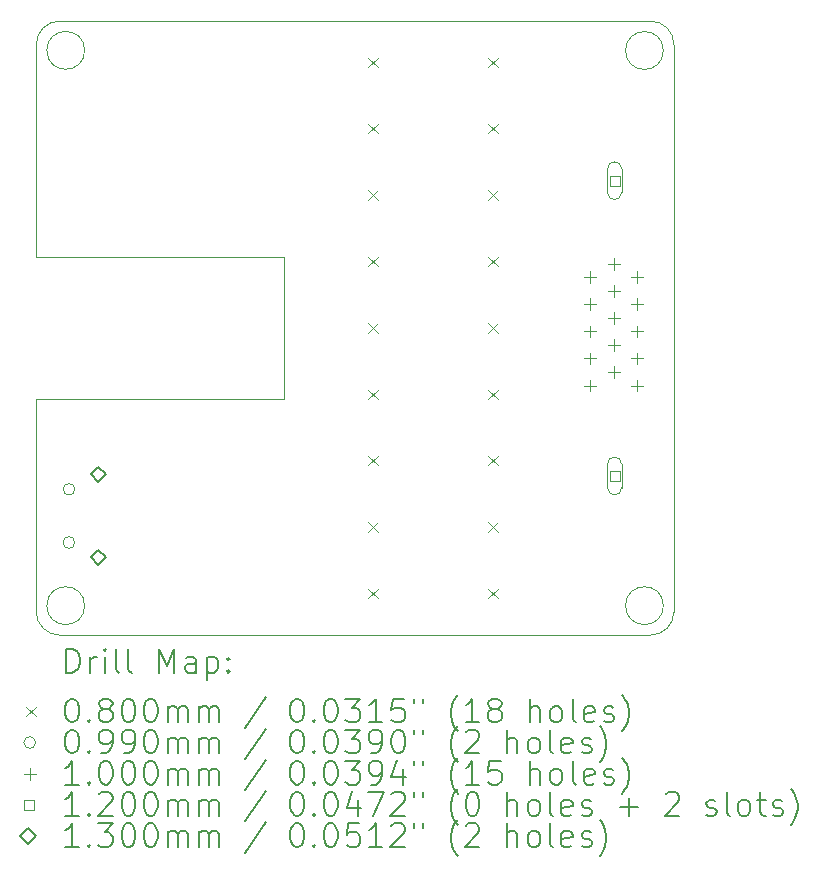
<source format=gbr>
%TF.GenerationSoftware,KiCad,Pcbnew,7.0.10*%
%TF.CreationDate,2024-01-29T00:08:55+11:00*%
%TF.ProjectId,RP2040-TestPatternGenerator,52503230-3430-42d5-9465-737450617474,rev?*%
%TF.SameCoordinates,Original*%
%TF.FileFunction,Drillmap*%
%TF.FilePolarity,Positive*%
%FSLAX45Y45*%
G04 Gerber Fmt 4.5, Leading zero omitted, Abs format (unit mm)*
G04 Created by KiCad (PCBNEW 7.0.10) date 2024-01-29 00:08:55*
%MOMM*%
%LPD*%
G01*
G04 APERTURE LIST*
%ADD10C,0.100000*%
%ADD11C,0.120000*%
%ADD12C,0.200000*%
%ADD13C,0.130000*%
G04 APERTURE END LIST*
D10*
X11600000Y-11000000D02*
G75*
G03*
X11800000Y-11200000I200000J0D01*
G01*
X16910000Y-6250000D02*
G75*
G03*
X16590000Y-6250000I-160000J0D01*
G01*
X16590000Y-6250000D02*
G75*
G03*
X16910000Y-6250000I160000J0D01*
G01*
X11601200Y-7997900D02*
X11600000Y-8000000D01*
X16800000Y-11200000D02*
X11800000Y-11200000D01*
X17000000Y-6200000D02*
G75*
G03*
X16800000Y-6000000I-200000J0D01*
G01*
X16800000Y-11200000D02*
G75*
G03*
X17000000Y-11000000I0J200000D01*
G01*
X16910000Y-10950000D02*
G75*
G03*
X16590000Y-10950000I-160000J0D01*
G01*
X16590000Y-10950000D02*
G75*
G03*
X16910000Y-10950000I160000J0D01*
G01*
X11800000Y-6000000D02*
X16800000Y-6000000D01*
X11601200Y-9197900D02*
X11600000Y-9200000D01*
X11600000Y-9200000D02*
X11600000Y-11000000D01*
X12010000Y-6248400D02*
G75*
G03*
X11690000Y-6248400I-160000J0D01*
G01*
X11690000Y-6248400D02*
G75*
G03*
X12010000Y-6248400I160000J0D01*
G01*
X11800000Y-6000000D02*
G75*
G03*
X11600000Y-6200000I0J-200000D01*
G01*
X11600000Y-8000000D02*
X11600000Y-6200000D01*
X12010000Y-10950000D02*
G75*
G03*
X11690000Y-10950000I-160000J0D01*
G01*
X11690000Y-10950000D02*
G75*
G03*
X12010000Y-10950000I160000J0D01*
G01*
X17000000Y-6200000D02*
X17000000Y-11000000D01*
D11*
X13701200Y-7997900D02*
X13701200Y-9197900D01*
X11601200Y-7997900D02*
X13701200Y-7997900D01*
X13701200Y-9197900D02*
X11601200Y-9197900D01*
D12*
D10*
X14412600Y-6310000D02*
X14492600Y-6390000D01*
X14492600Y-6310000D02*
X14412600Y-6390000D01*
X14412600Y-6871975D02*
X14492600Y-6951975D01*
X14492600Y-6871975D02*
X14412600Y-6951975D01*
X14412600Y-7433950D02*
X14492600Y-7513950D01*
X14492600Y-7433950D02*
X14412600Y-7513950D01*
X14412600Y-7995925D02*
X14492600Y-8075925D01*
X14492600Y-7995925D02*
X14412600Y-8075925D01*
X14412600Y-8557900D02*
X14492600Y-8637900D01*
X14492600Y-8557900D02*
X14412600Y-8637900D01*
X14412600Y-9119875D02*
X14492600Y-9199875D01*
X14492600Y-9119875D02*
X14412600Y-9199875D01*
X14412600Y-9681850D02*
X14492600Y-9761850D01*
X14492600Y-9681850D02*
X14412600Y-9761850D01*
X14412600Y-10243825D02*
X14492600Y-10323825D01*
X14492600Y-10243825D02*
X14412600Y-10323825D01*
X14412600Y-10805800D02*
X14492600Y-10885800D01*
X14492600Y-10805800D02*
X14412600Y-10885800D01*
X15428600Y-6310000D02*
X15508600Y-6390000D01*
X15508600Y-6310000D02*
X15428600Y-6390000D01*
X15428600Y-6871975D02*
X15508600Y-6951975D01*
X15508600Y-6871975D02*
X15428600Y-6951975D01*
X15428600Y-7433950D02*
X15508600Y-7513950D01*
X15508600Y-7433950D02*
X15428600Y-7513950D01*
X15428600Y-7995925D02*
X15508600Y-8075925D01*
X15508600Y-7995925D02*
X15428600Y-8075925D01*
X15428600Y-8557900D02*
X15508600Y-8637900D01*
X15508600Y-8557900D02*
X15428600Y-8637900D01*
X15428600Y-9119875D02*
X15508600Y-9199875D01*
X15508600Y-9119875D02*
X15428600Y-9199875D01*
X15428600Y-9681850D02*
X15508600Y-9761850D01*
X15508600Y-9681850D02*
X15428600Y-9761850D01*
X15428600Y-10243825D02*
X15508600Y-10323825D01*
X15508600Y-10243825D02*
X15428600Y-10323825D01*
X15428600Y-10805800D02*
X15508600Y-10885800D01*
X15508600Y-10805800D02*
X15428600Y-10885800D01*
X11927000Y-9965000D02*
G75*
G03*
X11828000Y-9965000I-49500J0D01*
G01*
X11828000Y-9965000D02*
G75*
G03*
X11927000Y-9965000I49500J0D01*
G01*
X11927000Y-10415000D02*
G75*
G03*
X11828000Y-10415000I-49500J0D01*
G01*
X11828000Y-10415000D02*
G75*
G03*
X11927000Y-10415000I49500J0D01*
G01*
X16291800Y-8120000D02*
X16291800Y-8220000D01*
X16241800Y-8170000D02*
X16341800Y-8170000D01*
X16291800Y-8349000D02*
X16291800Y-8449000D01*
X16241800Y-8399000D02*
X16341800Y-8399000D01*
X16291800Y-8578000D02*
X16291800Y-8678000D01*
X16241800Y-8628000D02*
X16341800Y-8628000D01*
X16291800Y-8807000D02*
X16291800Y-8907000D01*
X16241800Y-8857000D02*
X16341800Y-8857000D01*
X16291800Y-9036000D02*
X16291800Y-9136000D01*
X16241800Y-9086000D02*
X16341800Y-9086000D01*
X16489800Y-8005500D02*
X16489800Y-8105500D01*
X16439800Y-8055500D02*
X16539800Y-8055500D01*
X16489800Y-8234500D02*
X16489800Y-8334500D01*
X16439800Y-8284500D02*
X16539800Y-8284500D01*
X16489800Y-8463500D02*
X16489800Y-8563500D01*
X16439800Y-8513500D02*
X16539800Y-8513500D01*
X16489800Y-8692500D02*
X16489800Y-8792500D01*
X16439800Y-8742500D02*
X16539800Y-8742500D01*
X16489800Y-8921500D02*
X16489800Y-9021500D01*
X16439800Y-8971500D02*
X16539800Y-8971500D01*
X16687800Y-8120000D02*
X16687800Y-8220000D01*
X16637800Y-8170000D02*
X16737800Y-8170000D01*
X16687800Y-8349000D02*
X16687800Y-8449000D01*
X16637800Y-8399000D02*
X16737800Y-8399000D01*
X16687800Y-8578000D02*
X16687800Y-8678000D01*
X16637800Y-8628000D02*
X16737800Y-8628000D01*
X16687800Y-8807000D02*
X16687800Y-8907000D01*
X16637800Y-8857000D02*
X16737800Y-8857000D01*
X16687800Y-9036000D02*
X16687800Y-9136000D01*
X16637800Y-9086000D02*
X16737800Y-9086000D01*
D11*
X16539227Y-7393927D02*
X16539227Y-7309073D01*
X16454373Y-7309073D01*
X16454373Y-7393927D01*
X16539227Y-7393927D01*
D10*
X16556800Y-7451500D02*
X16556800Y-7251500D01*
X16556800Y-7251500D02*
G75*
G03*
X16436800Y-7251500I-60000J0D01*
G01*
X16436800Y-7251500D02*
X16436800Y-7451500D01*
X16436800Y-7451500D02*
G75*
G03*
X16556800Y-7451500I60000J0D01*
G01*
D11*
X16539227Y-9893927D02*
X16539227Y-9809073D01*
X16454373Y-9809073D01*
X16454373Y-9893927D01*
X16539227Y-9893927D01*
D10*
X16556800Y-9951500D02*
X16556800Y-9751500D01*
X16556800Y-9751500D02*
G75*
G03*
X16436800Y-9751500I-60000J0D01*
G01*
X16436800Y-9751500D02*
X16436800Y-9951500D01*
X16436800Y-9951500D02*
G75*
G03*
X16556800Y-9951500I60000J0D01*
G01*
D13*
X12126500Y-9904000D02*
X12191500Y-9839000D01*
X12126500Y-9774000D01*
X12061500Y-9839000D01*
X12126500Y-9904000D01*
X12126500Y-10605000D02*
X12191500Y-10540000D01*
X12126500Y-10475000D01*
X12061500Y-10540000D01*
X12126500Y-10605000D01*
D12*
X11855777Y-11516484D02*
X11855777Y-11316484D01*
X11855777Y-11316484D02*
X11903396Y-11316484D01*
X11903396Y-11316484D02*
X11931967Y-11326008D01*
X11931967Y-11326008D02*
X11951015Y-11345055D01*
X11951015Y-11345055D02*
X11960539Y-11364103D01*
X11960539Y-11364103D02*
X11970062Y-11402198D01*
X11970062Y-11402198D02*
X11970062Y-11430769D01*
X11970062Y-11430769D02*
X11960539Y-11468865D01*
X11960539Y-11468865D02*
X11951015Y-11487912D01*
X11951015Y-11487912D02*
X11931967Y-11506960D01*
X11931967Y-11506960D02*
X11903396Y-11516484D01*
X11903396Y-11516484D02*
X11855777Y-11516484D01*
X12055777Y-11516484D02*
X12055777Y-11383150D01*
X12055777Y-11421246D02*
X12065301Y-11402198D01*
X12065301Y-11402198D02*
X12074824Y-11392674D01*
X12074824Y-11392674D02*
X12093872Y-11383150D01*
X12093872Y-11383150D02*
X12112920Y-11383150D01*
X12179586Y-11516484D02*
X12179586Y-11383150D01*
X12179586Y-11316484D02*
X12170062Y-11326008D01*
X12170062Y-11326008D02*
X12179586Y-11335531D01*
X12179586Y-11335531D02*
X12189110Y-11326008D01*
X12189110Y-11326008D02*
X12179586Y-11316484D01*
X12179586Y-11316484D02*
X12179586Y-11335531D01*
X12303396Y-11516484D02*
X12284348Y-11506960D01*
X12284348Y-11506960D02*
X12274824Y-11487912D01*
X12274824Y-11487912D02*
X12274824Y-11316484D01*
X12408158Y-11516484D02*
X12389110Y-11506960D01*
X12389110Y-11506960D02*
X12379586Y-11487912D01*
X12379586Y-11487912D02*
X12379586Y-11316484D01*
X12636729Y-11516484D02*
X12636729Y-11316484D01*
X12636729Y-11316484D02*
X12703396Y-11459341D01*
X12703396Y-11459341D02*
X12770062Y-11316484D01*
X12770062Y-11316484D02*
X12770062Y-11516484D01*
X12951015Y-11516484D02*
X12951015Y-11411722D01*
X12951015Y-11411722D02*
X12941491Y-11392674D01*
X12941491Y-11392674D02*
X12922443Y-11383150D01*
X12922443Y-11383150D02*
X12884348Y-11383150D01*
X12884348Y-11383150D02*
X12865301Y-11392674D01*
X12951015Y-11506960D02*
X12931967Y-11516484D01*
X12931967Y-11516484D02*
X12884348Y-11516484D01*
X12884348Y-11516484D02*
X12865301Y-11506960D01*
X12865301Y-11506960D02*
X12855777Y-11487912D01*
X12855777Y-11487912D02*
X12855777Y-11468865D01*
X12855777Y-11468865D02*
X12865301Y-11449817D01*
X12865301Y-11449817D02*
X12884348Y-11440293D01*
X12884348Y-11440293D02*
X12931967Y-11440293D01*
X12931967Y-11440293D02*
X12951015Y-11430769D01*
X13046253Y-11383150D02*
X13046253Y-11583150D01*
X13046253Y-11392674D02*
X13065301Y-11383150D01*
X13065301Y-11383150D02*
X13103396Y-11383150D01*
X13103396Y-11383150D02*
X13122443Y-11392674D01*
X13122443Y-11392674D02*
X13131967Y-11402198D01*
X13131967Y-11402198D02*
X13141491Y-11421246D01*
X13141491Y-11421246D02*
X13141491Y-11478388D01*
X13141491Y-11478388D02*
X13131967Y-11497436D01*
X13131967Y-11497436D02*
X13122443Y-11506960D01*
X13122443Y-11506960D02*
X13103396Y-11516484D01*
X13103396Y-11516484D02*
X13065301Y-11516484D01*
X13065301Y-11516484D02*
X13046253Y-11506960D01*
X13227205Y-11497436D02*
X13236729Y-11506960D01*
X13236729Y-11506960D02*
X13227205Y-11516484D01*
X13227205Y-11516484D02*
X13217682Y-11506960D01*
X13217682Y-11506960D02*
X13227205Y-11497436D01*
X13227205Y-11497436D02*
X13227205Y-11516484D01*
X13227205Y-11392674D02*
X13236729Y-11402198D01*
X13236729Y-11402198D02*
X13227205Y-11411722D01*
X13227205Y-11411722D02*
X13217682Y-11402198D01*
X13217682Y-11402198D02*
X13227205Y-11392674D01*
X13227205Y-11392674D02*
X13227205Y-11411722D01*
D10*
X11515000Y-11805000D02*
X11595000Y-11885000D01*
X11595000Y-11805000D02*
X11515000Y-11885000D01*
D12*
X11893872Y-11736484D02*
X11912920Y-11736484D01*
X11912920Y-11736484D02*
X11931967Y-11746008D01*
X11931967Y-11746008D02*
X11941491Y-11755531D01*
X11941491Y-11755531D02*
X11951015Y-11774579D01*
X11951015Y-11774579D02*
X11960539Y-11812674D01*
X11960539Y-11812674D02*
X11960539Y-11860293D01*
X11960539Y-11860293D02*
X11951015Y-11898388D01*
X11951015Y-11898388D02*
X11941491Y-11917436D01*
X11941491Y-11917436D02*
X11931967Y-11926960D01*
X11931967Y-11926960D02*
X11912920Y-11936484D01*
X11912920Y-11936484D02*
X11893872Y-11936484D01*
X11893872Y-11936484D02*
X11874824Y-11926960D01*
X11874824Y-11926960D02*
X11865301Y-11917436D01*
X11865301Y-11917436D02*
X11855777Y-11898388D01*
X11855777Y-11898388D02*
X11846253Y-11860293D01*
X11846253Y-11860293D02*
X11846253Y-11812674D01*
X11846253Y-11812674D02*
X11855777Y-11774579D01*
X11855777Y-11774579D02*
X11865301Y-11755531D01*
X11865301Y-11755531D02*
X11874824Y-11746008D01*
X11874824Y-11746008D02*
X11893872Y-11736484D01*
X12046253Y-11917436D02*
X12055777Y-11926960D01*
X12055777Y-11926960D02*
X12046253Y-11936484D01*
X12046253Y-11936484D02*
X12036729Y-11926960D01*
X12036729Y-11926960D02*
X12046253Y-11917436D01*
X12046253Y-11917436D02*
X12046253Y-11936484D01*
X12170062Y-11822198D02*
X12151015Y-11812674D01*
X12151015Y-11812674D02*
X12141491Y-11803150D01*
X12141491Y-11803150D02*
X12131967Y-11784103D01*
X12131967Y-11784103D02*
X12131967Y-11774579D01*
X12131967Y-11774579D02*
X12141491Y-11755531D01*
X12141491Y-11755531D02*
X12151015Y-11746008D01*
X12151015Y-11746008D02*
X12170062Y-11736484D01*
X12170062Y-11736484D02*
X12208158Y-11736484D01*
X12208158Y-11736484D02*
X12227205Y-11746008D01*
X12227205Y-11746008D02*
X12236729Y-11755531D01*
X12236729Y-11755531D02*
X12246253Y-11774579D01*
X12246253Y-11774579D02*
X12246253Y-11784103D01*
X12246253Y-11784103D02*
X12236729Y-11803150D01*
X12236729Y-11803150D02*
X12227205Y-11812674D01*
X12227205Y-11812674D02*
X12208158Y-11822198D01*
X12208158Y-11822198D02*
X12170062Y-11822198D01*
X12170062Y-11822198D02*
X12151015Y-11831722D01*
X12151015Y-11831722D02*
X12141491Y-11841246D01*
X12141491Y-11841246D02*
X12131967Y-11860293D01*
X12131967Y-11860293D02*
X12131967Y-11898388D01*
X12131967Y-11898388D02*
X12141491Y-11917436D01*
X12141491Y-11917436D02*
X12151015Y-11926960D01*
X12151015Y-11926960D02*
X12170062Y-11936484D01*
X12170062Y-11936484D02*
X12208158Y-11936484D01*
X12208158Y-11936484D02*
X12227205Y-11926960D01*
X12227205Y-11926960D02*
X12236729Y-11917436D01*
X12236729Y-11917436D02*
X12246253Y-11898388D01*
X12246253Y-11898388D02*
X12246253Y-11860293D01*
X12246253Y-11860293D02*
X12236729Y-11841246D01*
X12236729Y-11841246D02*
X12227205Y-11831722D01*
X12227205Y-11831722D02*
X12208158Y-11822198D01*
X12370062Y-11736484D02*
X12389110Y-11736484D01*
X12389110Y-11736484D02*
X12408158Y-11746008D01*
X12408158Y-11746008D02*
X12417682Y-11755531D01*
X12417682Y-11755531D02*
X12427205Y-11774579D01*
X12427205Y-11774579D02*
X12436729Y-11812674D01*
X12436729Y-11812674D02*
X12436729Y-11860293D01*
X12436729Y-11860293D02*
X12427205Y-11898388D01*
X12427205Y-11898388D02*
X12417682Y-11917436D01*
X12417682Y-11917436D02*
X12408158Y-11926960D01*
X12408158Y-11926960D02*
X12389110Y-11936484D01*
X12389110Y-11936484D02*
X12370062Y-11936484D01*
X12370062Y-11936484D02*
X12351015Y-11926960D01*
X12351015Y-11926960D02*
X12341491Y-11917436D01*
X12341491Y-11917436D02*
X12331967Y-11898388D01*
X12331967Y-11898388D02*
X12322443Y-11860293D01*
X12322443Y-11860293D02*
X12322443Y-11812674D01*
X12322443Y-11812674D02*
X12331967Y-11774579D01*
X12331967Y-11774579D02*
X12341491Y-11755531D01*
X12341491Y-11755531D02*
X12351015Y-11746008D01*
X12351015Y-11746008D02*
X12370062Y-11736484D01*
X12560539Y-11736484D02*
X12579586Y-11736484D01*
X12579586Y-11736484D02*
X12598634Y-11746008D01*
X12598634Y-11746008D02*
X12608158Y-11755531D01*
X12608158Y-11755531D02*
X12617682Y-11774579D01*
X12617682Y-11774579D02*
X12627205Y-11812674D01*
X12627205Y-11812674D02*
X12627205Y-11860293D01*
X12627205Y-11860293D02*
X12617682Y-11898388D01*
X12617682Y-11898388D02*
X12608158Y-11917436D01*
X12608158Y-11917436D02*
X12598634Y-11926960D01*
X12598634Y-11926960D02*
X12579586Y-11936484D01*
X12579586Y-11936484D02*
X12560539Y-11936484D01*
X12560539Y-11936484D02*
X12541491Y-11926960D01*
X12541491Y-11926960D02*
X12531967Y-11917436D01*
X12531967Y-11917436D02*
X12522443Y-11898388D01*
X12522443Y-11898388D02*
X12512920Y-11860293D01*
X12512920Y-11860293D02*
X12512920Y-11812674D01*
X12512920Y-11812674D02*
X12522443Y-11774579D01*
X12522443Y-11774579D02*
X12531967Y-11755531D01*
X12531967Y-11755531D02*
X12541491Y-11746008D01*
X12541491Y-11746008D02*
X12560539Y-11736484D01*
X12712920Y-11936484D02*
X12712920Y-11803150D01*
X12712920Y-11822198D02*
X12722443Y-11812674D01*
X12722443Y-11812674D02*
X12741491Y-11803150D01*
X12741491Y-11803150D02*
X12770063Y-11803150D01*
X12770063Y-11803150D02*
X12789110Y-11812674D01*
X12789110Y-11812674D02*
X12798634Y-11831722D01*
X12798634Y-11831722D02*
X12798634Y-11936484D01*
X12798634Y-11831722D02*
X12808158Y-11812674D01*
X12808158Y-11812674D02*
X12827205Y-11803150D01*
X12827205Y-11803150D02*
X12855777Y-11803150D01*
X12855777Y-11803150D02*
X12874824Y-11812674D01*
X12874824Y-11812674D02*
X12884348Y-11831722D01*
X12884348Y-11831722D02*
X12884348Y-11936484D01*
X12979586Y-11936484D02*
X12979586Y-11803150D01*
X12979586Y-11822198D02*
X12989110Y-11812674D01*
X12989110Y-11812674D02*
X13008158Y-11803150D01*
X13008158Y-11803150D02*
X13036729Y-11803150D01*
X13036729Y-11803150D02*
X13055777Y-11812674D01*
X13055777Y-11812674D02*
X13065301Y-11831722D01*
X13065301Y-11831722D02*
X13065301Y-11936484D01*
X13065301Y-11831722D02*
X13074824Y-11812674D01*
X13074824Y-11812674D02*
X13093872Y-11803150D01*
X13093872Y-11803150D02*
X13122443Y-11803150D01*
X13122443Y-11803150D02*
X13141491Y-11812674D01*
X13141491Y-11812674D02*
X13151015Y-11831722D01*
X13151015Y-11831722D02*
X13151015Y-11936484D01*
X13541491Y-11726960D02*
X13370063Y-11984103D01*
X13798634Y-11736484D02*
X13817682Y-11736484D01*
X13817682Y-11736484D02*
X13836729Y-11746008D01*
X13836729Y-11746008D02*
X13846253Y-11755531D01*
X13846253Y-11755531D02*
X13855777Y-11774579D01*
X13855777Y-11774579D02*
X13865301Y-11812674D01*
X13865301Y-11812674D02*
X13865301Y-11860293D01*
X13865301Y-11860293D02*
X13855777Y-11898388D01*
X13855777Y-11898388D02*
X13846253Y-11917436D01*
X13846253Y-11917436D02*
X13836729Y-11926960D01*
X13836729Y-11926960D02*
X13817682Y-11936484D01*
X13817682Y-11936484D02*
X13798634Y-11936484D01*
X13798634Y-11936484D02*
X13779586Y-11926960D01*
X13779586Y-11926960D02*
X13770063Y-11917436D01*
X13770063Y-11917436D02*
X13760539Y-11898388D01*
X13760539Y-11898388D02*
X13751015Y-11860293D01*
X13751015Y-11860293D02*
X13751015Y-11812674D01*
X13751015Y-11812674D02*
X13760539Y-11774579D01*
X13760539Y-11774579D02*
X13770063Y-11755531D01*
X13770063Y-11755531D02*
X13779586Y-11746008D01*
X13779586Y-11746008D02*
X13798634Y-11736484D01*
X13951015Y-11917436D02*
X13960539Y-11926960D01*
X13960539Y-11926960D02*
X13951015Y-11936484D01*
X13951015Y-11936484D02*
X13941491Y-11926960D01*
X13941491Y-11926960D02*
X13951015Y-11917436D01*
X13951015Y-11917436D02*
X13951015Y-11936484D01*
X14084348Y-11736484D02*
X14103396Y-11736484D01*
X14103396Y-11736484D02*
X14122444Y-11746008D01*
X14122444Y-11746008D02*
X14131967Y-11755531D01*
X14131967Y-11755531D02*
X14141491Y-11774579D01*
X14141491Y-11774579D02*
X14151015Y-11812674D01*
X14151015Y-11812674D02*
X14151015Y-11860293D01*
X14151015Y-11860293D02*
X14141491Y-11898388D01*
X14141491Y-11898388D02*
X14131967Y-11917436D01*
X14131967Y-11917436D02*
X14122444Y-11926960D01*
X14122444Y-11926960D02*
X14103396Y-11936484D01*
X14103396Y-11936484D02*
X14084348Y-11936484D01*
X14084348Y-11936484D02*
X14065301Y-11926960D01*
X14065301Y-11926960D02*
X14055777Y-11917436D01*
X14055777Y-11917436D02*
X14046253Y-11898388D01*
X14046253Y-11898388D02*
X14036729Y-11860293D01*
X14036729Y-11860293D02*
X14036729Y-11812674D01*
X14036729Y-11812674D02*
X14046253Y-11774579D01*
X14046253Y-11774579D02*
X14055777Y-11755531D01*
X14055777Y-11755531D02*
X14065301Y-11746008D01*
X14065301Y-11746008D02*
X14084348Y-11736484D01*
X14217682Y-11736484D02*
X14341491Y-11736484D01*
X14341491Y-11736484D02*
X14274825Y-11812674D01*
X14274825Y-11812674D02*
X14303396Y-11812674D01*
X14303396Y-11812674D02*
X14322444Y-11822198D01*
X14322444Y-11822198D02*
X14331967Y-11831722D01*
X14331967Y-11831722D02*
X14341491Y-11850769D01*
X14341491Y-11850769D02*
X14341491Y-11898388D01*
X14341491Y-11898388D02*
X14331967Y-11917436D01*
X14331967Y-11917436D02*
X14322444Y-11926960D01*
X14322444Y-11926960D02*
X14303396Y-11936484D01*
X14303396Y-11936484D02*
X14246253Y-11936484D01*
X14246253Y-11936484D02*
X14227206Y-11926960D01*
X14227206Y-11926960D02*
X14217682Y-11917436D01*
X14531967Y-11936484D02*
X14417682Y-11936484D01*
X14474825Y-11936484D02*
X14474825Y-11736484D01*
X14474825Y-11736484D02*
X14455777Y-11765055D01*
X14455777Y-11765055D02*
X14436729Y-11784103D01*
X14436729Y-11784103D02*
X14417682Y-11793627D01*
X14712920Y-11736484D02*
X14617682Y-11736484D01*
X14617682Y-11736484D02*
X14608158Y-11831722D01*
X14608158Y-11831722D02*
X14617682Y-11822198D01*
X14617682Y-11822198D02*
X14636729Y-11812674D01*
X14636729Y-11812674D02*
X14684348Y-11812674D01*
X14684348Y-11812674D02*
X14703396Y-11822198D01*
X14703396Y-11822198D02*
X14712920Y-11831722D01*
X14712920Y-11831722D02*
X14722444Y-11850769D01*
X14722444Y-11850769D02*
X14722444Y-11898388D01*
X14722444Y-11898388D02*
X14712920Y-11917436D01*
X14712920Y-11917436D02*
X14703396Y-11926960D01*
X14703396Y-11926960D02*
X14684348Y-11936484D01*
X14684348Y-11936484D02*
X14636729Y-11936484D01*
X14636729Y-11936484D02*
X14617682Y-11926960D01*
X14617682Y-11926960D02*
X14608158Y-11917436D01*
X14798634Y-11736484D02*
X14798634Y-11774579D01*
X14874825Y-11736484D02*
X14874825Y-11774579D01*
X15170063Y-12012674D02*
X15160539Y-12003150D01*
X15160539Y-12003150D02*
X15141491Y-11974579D01*
X15141491Y-11974579D02*
X15131968Y-11955531D01*
X15131968Y-11955531D02*
X15122444Y-11926960D01*
X15122444Y-11926960D02*
X15112920Y-11879341D01*
X15112920Y-11879341D02*
X15112920Y-11841246D01*
X15112920Y-11841246D02*
X15122444Y-11793627D01*
X15122444Y-11793627D02*
X15131968Y-11765055D01*
X15131968Y-11765055D02*
X15141491Y-11746008D01*
X15141491Y-11746008D02*
X15160539Y-11717436D01*
X15160539Y-11717436D02*
X15170063Y-11707912D01*
X15351015Y-11936484D02*
X15236729Y-11936484D01*
X15293872Y-11936484D02*
X15293872Y-11736484D01*
X15293872Y-11736484D02*
X15274825Y-11765055D01*
X15274825Y-11765055D02*
X15255777Y-11784103D01*
X15255777Y-11784103D02*
X15236729Y-11793627D01*
X15465301Y-11822198D02*
X15446253Y-11812674D01*
X15446253Y-11812674D02*
X15436729Y-11803150D01*
X15436729Y-11803150D02*
X15427206Y-11784103D01*
X15427206Y-11784103D02*
X15427206Y-11774579D01*
X15427206Y-11774579D02*
X15436729Y-11755531D01*
X15436729Y-11755531D02*
X15446253Y-11746008D01*
X15446253Y-11746008D02*
X15465301Y-11736484D01*
X15465301Y-11736484D02*
X15503396Y-11736484D01*
X15503396Y-11736484D02*
X15522444Y-11746008D01*
X15522444Y-11746008D02*
X15531968Y-11755531D01*
X15531968Y-11755531D02*
X15541491Y-11774579D01*
X15541491Y-11774579D02*
X15541491Y-11784103D01*
X15541491Y-11784103D02*
X15531968Y-11803150D01*
X15531968Y-11803150D02*
X15522444Y-11812674D01*
X15522444Y-11812674D02*
X15503396Y-11822198D01*
X15503396Y-11822198D02*
X15465301Y-11822198D01*
X15465301Y-11822198D02*
X15446253Y-11831722D01*
X15446253Y-11831722D02*
X15436729Y-11841246D01*
X15436729Y-11841246D02*
X15427206Y-11860293D01*
X15427206Y-11860293D02*
X15427206Y-11898388D01*
X15427206Y-11898388D02*
X15436729Y-11917436D01*
X15436729Y-11917436D02*
X15446253Y-11926960D01*
X15446253Y-11926960D02*
X15465301Y-11936484D01*
X15465301Y-11936484D02*
X15503396Y-11936484D01*
X15503396Y-11936484D02*
X15522444Y-11926960D01*
X15522444Y-11926960D02*
X15531968Y-11917436D01*
X15531968Y-11917436D02*
X15541491Y-11898388D01*
X15541491Y-11898388D02*
X15541491Y-11860293D01*
X15541491Y-11860293D02*
X15531968Y-11841246D01*
X15531968Y-11841246D02*
X15522444Y-11831722D01*
X15522444Y-11831722D02*
X15503396Y-11822198D01*
X15779587Y-11936484D02*
X15779587Y-11736484D01*
X15865301Y-11936484D02*
X15865301Y-11831722D01*
X15865301Y-11831722D02*
X15855777Y-11812674D01*
X15855777Y-11812674D02*
X15836730Y-11803150D01*
X15836730Y-11803150D02*
X15808158Y-11803150D01*
X15808158Y-11803150D02*
X15789110Y-11812674D01*
X15789110Y-11812674D02*
X15779587Y-11822198D01*
X15989110Y-11936484D02*
X15970063Y-11926960D01*
X15970063Y-11926960D02*
X15960539Y-11917436D01*
X15960539Y-11917436D02*
X15951015Y-11898388D01*
X15951015Y-11898388D02*
X15951015Y-11841246D01*
X15951015Y-11841246D02*
X15960539Y-11822198D01*
X15960539Y-11822198D02*
X15970063Y-11812674D01*
X15970063Y-11812674D02*
X15989110Y-11803150D01*
X15989110Y-11803150D02*
X16017682Y-11803150D01*
X16017682Y-11803150D02*
X16036730Y-11812674D01*
X16036730Y-11812674D02*
X16046253Y-11822198D01*
X16046253Y-11822198D02*
X16055777Y-11841246D01*
X16055777Y-11841246D02*
X16055777Y-11898388D01*
X16055777Y-11898388D02*
X16046253Y-11917436D01*
X16046253Y-11917436D02*
X16036730Y-11926960D01*
X16036730Y-11926960D02*
X16017682Y-11936484D01*
X16017682Y-11936484D02*
X15989110Y-11936484D01*
X16170063Y-11936484D02*
X16151015Y-11926960D01*
X16151015Y-11926960D02*
X16141491Y-11907912D01*
X16141491Y-11907912D02*
X16141491Y-11736484D01*
X16322444Y-11926960D02*
X16303396Y-11936484D01*
X16303396Y-11936484D02*
X16265301Y-11936484D01*
X16265301Y-11936484D02*
X16246253Y-11926960D01*
X16246253Y-11926960D02*
X16236730Y-11907912D01*
X16236730Y-11907912D02*
X16236730Y-11831722D01*
X16236730Y-11831722D02*
X16246253Y-11812674D01*
X16246253Y-11812674D02*
X16265301Y-11803150D01*
X16265301Y-11803150D02*
X16303396Y-11803150D01*
X16303396Y-11803150D02*
X16322444Y-11812674D01*
X16322444Y-11812674D02*
X16331968Y-11831722D01*
X16331968Y-11831722D02*
X16331968Y-11850769D01*
X16331968Y-11850769D02*
X16236730Y-11869817D01*
X16408158Y-11926960D02*
X16427206Y-11936484D01*
X16427206Y-11936484D02*
X16465301Y-11936484D01*
X16465301Y-11936484D02*
X16484349Y-11926960D01*
X16484349Y-11926960D02*
X16493872Y-11907912D01*
X16493872Y-11907912D02*
X16493872Y-11898388D01*
X16493872Y-11898388D02*
X16484349Y-11879341D01*
X16484349Y-11879341D02*
X16465301Y-11869817D01*
X16465301Y-11869817D02*
X16436730Y-11869817D01*
X16436730Y-11869817D02*
X16417682Y-11860293D01*
X16417682Y-11860293D02*
X16408158Y-11841246D01*
X16408158Y-11841246D02*
X16408158Y-11831722D01*
X16408158Y-11831722D02*
X16417682Y-11812674D01*
X16417682Y-11812674D02*
X16436730Y-11803150D01*
X16436730Y-11803150D02*
X16465301Y-11803150D01*
X16465301Y-11803150D02*
X16484349Y-11812674D01*
X16560539Y-12012674D02*
X16570063Y-12003150D01*
X16570063Y-12003150D02*
X16589111Y-11974579D01*
X16589111Y-11974579D02*
X16598634Y-11955531D01*
X16598634Y-11955531D02*
X16608158Y-11926960D01*
X16608158Y-11926960D02*
X16617682Y-11879341D01*
X16617682Y-11879341D02*
X16617682Y-11841246D01*
X16617682Y-11841246D02*
X16608158Y-11793627D01*
X16608158Y-11793627D02*
X16598634Y-11765055D01*
X16598634Y-11765055D02*
X16589111Y-11746008D01*
X16589111Y-11746008D02*
X16570063Y-11717436D01*
X16570063Y-11717436D02*
X16560539Y-11707912D01*
D10*
X11595000Y-12109000D02*
G75*
G03*
X11496000Y-12109000I-49500J0D01*
G01*
X11496000Y-12109000D02*
G75*
G03*
X11595000Y-12109000I49500J0D01*
G01*
D12*
X11893872Y-12000484D02*
X11912920Y-12000484D01*
X11912920Y-12000484D02*
X11931967Y-12010008D01*
X11931967Y-12010008D02*
X11941491Y-12019531D01*
X11941491Y-12019531D02*
X11951015Y-12038579D01*
X11951015Y-12038579D02*
X11960539Y-12076674D01*
X11960539Y-12076674D02*
X11960539Y-12124293D01*
X11960539Y-12124293D02*
X11951015Y-12162388D01*
X11951015Y-12162388D02*
X11941491Y-12181436D01*
X11941491Y-12181436D02*
X11931967Y-12190960D01*
X11931967Y-12190960D02*
X11912920Y-12200484D01*
X11912920Y-12200484D02*
X11893872Y-12200484D01*
X11893872Y-12200484D02*
X11874824Y-12190960D01*
X11874824Y-12190960D02*
X11865301Y-12181436D01*
X11865301Y-12181436D02*
X11855777Y-12162388D01*
X11855777Y-12162388D02*
X11846253Y-12124293D01*
X11846253Y-12124293D02*
X11846253Y-12076674D01*
X11846253Y-12076674D02*
X11855777Y-12038579D01*
X11855777Y-12038579D02*
X11865301Y-12019531D01*
X11865301Y-12019531D02*
X11874824Y-12010008D01*
X11874824Y-12010008D02*
X11893872Y-12000484D01*
X12046253Y-12181436D02*
X12055777Y-12190960D01*
X12055777Y-12190960D02*
X12046253Y-12200484D01*
X12046253Y-12200484D02*
X12036729Y-12190960D01*
X12036729Y-12190960D02*
X12046253Y-12181436D01*
X12046253Y-12181436D02*
X12046253Y-12200484D01*
X12151015Y-12200484D02*
X12189110Y-12200484D01*
X12189110Y-12200484D02*
X12208158Y-12190960D01*
X12208158Y-12190960D02*
X12217682Y-12181436D01*
X12217682Y-12181436D02*
X12236729Y-12152865D01*
X12236729Y-12152865D02*
X12246253Y-12114769D01*
X12246253Y-12114769D02*
X12246253Y-12038579D01*
X12246253Y-12038579D02*
X12236729Y-12019531D01*
X12236729Y-12019531D02*
X12227205Y-12010008D01*
X12227205Y-12010008D02*
X12208158Y-12000484D01*
X12208158Y-12000484D02*
X12170062Y-12000484D01*
X12170062Y-12000484D02*
X12151015Y-12010008D01*
X12151015Y-12010008D02*
X12141491Y-12019531D01*
X12141491Y-12019531D02*
X12131967Y-12038579D01*
X12131967Y-12038579D02*
X12131967Y-12086198D01*
X12131967Y-12086198D02*
X12141491Y-12105246D01*
X12141491Y-12105246D02*
X12151015Y-12114769D01*
X12151015Y-12114769D02*
X12170062Y-12124293D01*
X12170062Y-12124293D02*
X12208158Y-12124293D01*
X12208158Y-12124293D02*
X12227205Y-12114769D01*
X12227205Y-12114769D02*
X12236729Y-12105246D01*
X12236729Y-12105246D02*
X12246253Y-12086198D01*
X12341491Y-12200484D02*
X12379586Y-12200484D01*
X12379586Y-12200484D02*
X12398634Y-12190960D01*
X12398634Y-12190960D02*
X12408158Y-12181436D01*
X12408158Y-12181436D02*
X12427205Y-12152865D01*
X12427205Y-12152865D02*
X12436729Y-12114769D01*
X12436729Y-12114769D02*
X12436729Y-12038579D01*
X12436729Y-12038579D02*
X12427205Y-12019531D01*
X12427205Y-12019531D02*
X12417682Y-12010008D01*
X12417682Y-12010008D02*
X12398634Y-12000484D01*
X12398634Y-12000484D02*
X12360539Y-12000484D01*
X12360539Y-12000484D02*
X12341491Y-12010008D01*
X12341491Y-12010008D02*
X12331967Y-12019531D01*
X12331967Y-12019531D02*
X12322443Y-12038579D01*
X12322443Y-12038579D02*
X12322443Y-12086198D01*
X12322443Y-12086198D02*
X12331967Y-12105246D01*
X12331967Y-12105246D02*
X12341491Y-12114769D01*
X12341491Y-12114769D02*
X12360539Y-12124293D01*
X12360539Y-12124293D02*
X12398634Y-12124293D01*
X12398634Y-12124293D02*
X12417682Y-12114769D01*
X12417682Y-12114769D02*
X12427205Y-12105246D01*
X12427205Y-12105246D02*
X12436729Y-12086198D01*
X12560539Y-12000484D02*
X12579586Y-12000484D01*
X12579586Y-12000484D02*
X12598634Y-12010008D01*
X12598634Y-12010008D02*
X12608158Y-12019531D01*
X12608158Y-12019531D02*
X12617682Y-12038579D01*
X12617682Y-12038579D02*
X12627205Y-12076674D01*
X12627205Y-12076674D02*
X12627205Y-12124293D01*
X12627205Y-12124293D02*
X12617682Y-12162388D01*
X12617682Y-12162388D02*
X12608158Y-12181436D01*
X12608158Y-12181436D02*
X12598634Y-12190960D01*
X12598634Y-12190960D02*
X12579586Y-12200484D01*
X12579586Y-12200484D02*
X12560539Y-12200484D01*
X12560539Y-12200484D02*
X12541491Y-12190960D01*
X12541491Y-12190960D02*
X12531967Y-12181436D01*
X12531967Y-12181436D02*
X12522443Y-12162388D01*
X12522443Y-12162388D02*
X12512920Y-12124293D01*
X12512920Y-12124293D02*
X12512920Y-12076674D01*
X12512920Y-12076674D02*
X12522443Y-12038579D01*
X12522443Y-12038579D02*
X12531967Y-12019531D01*
X12531967Y-12019531D02*
X12541491Y-12010008D01*
X12541491Y-12010008D02*
X12560539Y-12000484D01*
X12712920Y-12200484D02*
X12712920Y-12067150D01*
X12712920Y-12086198D02*
X12722443Y-12076674D01*
X12722443Y-12076674D02*
X12741491Y-12067150D01*
X12741491Y-12067150D02*
X12770063Y-12067150D01*
X12770063Y-12067150D02*
X12789110Y-12076674D01*
X12789110Y-12076674D02*
X12798634Y-12095722D01*
X12798634Y-12095722D02*
X12798634Y-12200484D01*
X12798634Y-12095722D02*
X12808158Y-12076674D01*
X12808158Y-12076674D02*
X12827205Y-12067150D01*
X12827205Y-12067150D02*
X12855777Y-12067150D01*
X12855777Y-12067150D02*
X12874824Y-12076674D01*
X12874824Y-12076674D02*
X12884348Y-12095722D01*
X12884348Y-12095722D02*
X12884348Y-12200484D01*
X12979586Y-12200484D02*
X12979586Y-12067150D01*
X12979586Y-12086198D02*
X12989110Y-12076674D01*
X12989110Y-12076674D02*
X13008158Y-12067150D01*
X13008158Y-12067150D02*
X13036729Y-12067150D01*
X13036729Y-12067150D02*
X13055777Y-12076674D01*
X13055777Y-12076674D02*
X13065301Y-12095722D01*
X13065301Y-12095722D02*
X13065301Y-12200484D01*
X13065301Y-12095722D02*
X13074824Y-12076674D01*
X13074824Y-12076674D02*
X13093872Y-12067150D01*
X13093872Y-12067150D02*
X13122443Y-12067150D01*
X13122443Y-12067150D02*
X13141491Y-12076674D01*
X13141491Y-12076674D02*
X13151015Y-12095722D01*
X13151015Y-12095722D02*
X13151015Y-12200484D01*
X13541491Y-11990960D02*
X13370063Y-12248103D01*
X13798634Y-12000484D02*
X13817682Y-12000484D01*
X13817682Y-12000484D02*
X13836729Y-12010008D01*
X13836729Y-12010008D02*
X13846253Y-12019531D01*
X13846253Y-12019531D02*
X13855777Y-12038579D01*
X13855777Y-12038579D02*
X13865301Y-12076674D01*
X13865301Y-12076674D02*
X13865301Y-12124293D01*
X13865301Y-12124293D02*
X13855777Y-12162388D01*
X13855777Y-12162388D02*
X13846253Y-12181436D01*
X13846253Y-12181436D02*
X13836729Y-12190960D01*
X13836729Y-12190960D02*
X13817682Y-12200484D01*
X13817682Y-12200484D02*
X13798634Y-12200484D01*
X13798634Y-12200484D02*
X13779586Y-12190960D01*
X13779586Y-12190960D02*
X13770063Y-12181436D01*
X13770063Y-12181436D02*
X13760539Y-12162388D01*
X13760539Y-12162388D02*
X13751015Y-12124293D01*
X13751015Y-12124293D02*
X13751015Y-12076674D01*
X13751015Y-12076674D02*
X13760539Y-12038579D01*
X13760539Y-12038579D02*
X13770063Y-12019531D01*
X13770063Y-12019531D02*
X13779586Y-12010008D01*
X13779586Y-12010008D02*
X13798634Y-12000484D01*
X13951015Y-12181436D02*
X13960539Y-12190960D01*
X13960539Y-12190960D02*
X13951015Y-12200484D01*
X13951015Y-12200484D02*
X13941491Y-12190960D01*
X13941491Y-12190960D02*
X13951015Y-12181436D01*
X13951015Y-12181436D02*
X13951015Y-12200484D01*
X14084348Y-12000484D02*
X14103396Y-12000484D01*
X14103396Y-12000484D02*
X14122444Y-12010008D01*
X14122444Y-12010008D02*
X14131967Y-12019531D01*
X14131967Y-12019531D02*
X14141491Y-12038579D01*
X14141491Y-12038579D02*
X14151015Y-12076674D01*
X14151015Y-12076674D02*
X14151015Y-12124293D01*
X14151015Y-12124293D02*
X14141491Y-12162388D01*
X14141491Y-12162388D02*
X14131967Y-12181436D01*
X14131967Y-12181436D02*
X14122444Y-12190960D01*
X14122444Y-12190960D02*
X14103396Y-12200484D01*
X14103396Y-12200484D02*
X14084348Y-12200484D01*
X14084348Y-12200484D02*
X14065301Y-12190960D01*
X14065301Y-12190960D02*
X14055777Y-12181436D01*
X14055777Y-12181436D02*
X14046253Y-12162388D01*
X14046253Y-12162388D02*
X14036729Y-12124293D01*
X14036729Y-12124293D02*
X14036729Y-12076674D01*
X14036729Y-12076674D02*
X14046253Y-12038579D01*
X14046253Y-12038579D02*
X14055777Y-12019531D01*
X14055777Y-12019531D02*
X14065301Y-12010008D01*
X14065301Y-12010008D02*
X14084348Y-12000484D01*
X14217682Y-12000484D02*
X14341491Y-12000484D01*
X14341491Y-12000484D02*
X14274825Y-12076674D01*
X14274825Y-12076674D02*
X14303396Y-12076674D01*
X14303396Y-12076674D02*
X14322444Y-12086198D01*
X14322444Y-12086198D02*
X14331967Y-12095722D01*
X14331967Y-12095722D02*
X14341491Y-12114769D01*
X14341491Y-12114769D02*
X14341491Y-12162388D01*
X14341491Y-12162388D02*
X14331967Y-12181436D01*
X14331967Y-12181436D02*
X14322444Y-12190960D01*
X14322444Y-12190960D02*
X14303396Y-12200484D01*
X14303396Y-12200484D02*
X14246253Y-12200484D01*
X14246253Y-12200484D02*
X14227206Y-12190960D01*
X14227206Y-12190960D02*
X14217682Y-12181436D01*
X14436729Y-12200484D02*
X14474825Y-12200484D01*
X14474825Y-12200484D02*
X14493872Y-12190960D01*
X14493872Y-12190960D02*
X14503396Y-12181436D01*
X14503396Y-12181436D02*
X14522444Y-12152865D01*
X14522444Y-12152865D02*
X14531967Y-12114769D01*
X14531967Y-12114769D02*
X14531967Y-12038579D01*
X14531967Y-12038579D02*
X14522444Y-12019531D01*
X14522444Y-12019531D02*
X14512920Y-12010008D01*
X14512920Y-12010008D02*
X14493872Y-12000484D01*
X14493872Y-12000484D02*
X14455777Y-12000484D01*
X14455777Y-12000484D02*
X14436729Y-12010008D01*
X14436729Y-12010008D02*
X14427206Y-12019531D01*
X14427206Y-12019531D02*
X14417682Y-12038579D01*
X14417682Y-12038579D02*
X14417682Y-12086198D01*
X14417682Y-12086198D02*
X14427206Y-12105246D01*
X14427206Y-12105246D02*
X14436729Y-12114769D01*
X14436729Y-12114769D02*
X14455777Y-12124293D01*
X14455777Y-12124293D02*
X14493872Y-12124293D01*
X14493872Y-12124293D02*
X14512920Y-12114769D01*
X14512920Y-12114769D02*
X14522444Y-12105246D01*
X14522444Y-12105246D02*
X14531967Y-12086198D01*
X14655777Y-12000484D02*
X14674825Y-12000484D01*
X14674825Y-12000484D02*
X14693872Y-12010008D01*
X14693872Y-12010008D02*
X14703396Y-12019531D01*
X14703396Y-12019531D02*
X14712920Y-12038579D01*
X14712920Y-12038579D02*
X14722444Y-12076674D01*
X14722444Y-12076674D02*
X14722444Y-12124293D01*
X14722444Y-12124293D02*
X14712920Y-12162388D01*
X14712920Y-12162388D02*
X14703396Y-12181436D01*
X14703396Y-12181436D02*
X14693872Y-12190960D01*
X14693872Y-12190960D02*
X14674825Y-12200484D01*
X14674825Y-12200484D02*
X14655777Y-12200484D01*
X14655777Y-12200484D02*
X14636729Y-12190960D01*
X14636729Y-12190960D02*
X14627206Y-12181436D01*
X14627206Y-12181436D02*
X14617682Y-12162388D01*
X14617682Y-12162388D02*
X14608158Y-12124293D01*
X14608158Y-12124293D02*
X14608158Y-12076674D01*
X14608158Y-12076674D02*
X14617682Y-12038579D01*
X14617682Y-12038579D02*
X14627206Y-12019531D01*
X14627206Y-12019531D02*
X14636729Y-12010008D01*
X14636729Y-12010008D02*
X14655777Y-12000484D01*
X14798634Y-12000484D02*
X14798634Y-12038579D01*
X14874825Y-12000484D02*
X14874825Y-12038579D01*
X15170063Y-12276674D02*
X15160539Y-12267150D01*
X15160539Y-12267150D02*
X15141491Y-12238579D01*
X15141491Y-12238579D02*
X15131968Y-12219531D01*
X15131968Y-12219531D02*
X15122444Y-12190960D01*
X15122444Y-12190960D02*
X15112920Y-12143341D01*
X15112920Y-12143341D02*
X15112920Y-12105246D01*
X15112920Y-12105246D02*
X15122444Y-12057627D01*
X15122444Y-12057627D02*
X15131968Y-12029055D01*
X15131968Y-12029055D02*
X15141491Y-12010008D01*
X15141491Y-12010008D02*
X15160539Y-11981436D01*
X15160539Y-11981436D02*
X15170063Y-11971912D01*
X15236729Y-12019531D02*
X15246253Y-12010008D01*
X15246253Y-12010008D02*
X15265301Y-12000484D01*
X15265301Y-12000484D02*
X15312920Y-12000484D01*
X15312920Y-12000484D02*
X15331968Y-12010008D01*
X15331968Y-12010008D02*
X15341491Y-12019531D01*
X15341491Y-12019531D02*
X15351015Y-12038579D01*
X15351015Y-12038579D02*
X15351015Y-12057627D01*
X15351015Y-12057627D02*
X15341491Y-12086198D01*
X15341491Y-12086198D02*
X15227206Y-12200484D01*
X15227206Y-12200484D02*
X15351015Y-12200484D01*
X15589110Y-12200484D02*
X15589110Y-12000484D01*
X15674825Y-12200484D02*
X15674825Y-12095722D01*
X15674825Y-12095722D02*
X15665301Y-12076674D01*
X15665301Y-12076674D02*
X15646253Y-12067150D01*
X15646253Y-12067150D02*
X15617682Y-12067150D01*
X15617682Y-12067150D02*
X15598634Y-12076674D01*
X15598634Y-12076674D02*
X15589110Y-12086198D01*
X15798634Y-12200484D02*
X15779587Y-12190960D01*
X15779587Y-12190960D02*
X15770063Y-12181436D01*
X15770063Y-12181436D02*
X15760539Y-12162388D01*
X15760539Y-12162388D02*
X15760539Y-12105246D01*
X15760539Y-12105246D02*
X15770063Y-12086198D01*
X15770063Y-12086198D02*
X15779587Y-12076674D01*
X15779587Y-12076674D02*
X15798634Y-12067150D01*
X15798634Y-12067150D02*
X15827206Y-12067150D01*
X15827206Y-12067150D02*
X15846253Y-12076674D01*
X15846253Y-12076674D02*
X15855777Y-12086198D01*
X15855777Y-12086198D02*
X15865301Y-12105246D01*
X15865301Y-12105246D02*
X15865301Y-12162388D01*
X15865301Y-12162388D02*
X15855777Y-12181436D01*
X15855777Y-12181436D02*
X15846253Y-12190960D01*
X15846253Y-12190960D02*
X15827206Y-12200484D01*
X15827206Y-12200484D02*
X15798634Y-12200484D01*
X15979587Y-12200484D02*
X15960539Y-12190960D01*
X15960539Y-12190960D02*
X15951015Y-12171912D01*
X15951015Y-12171912D02*
X15951015Y-12000484D01*
X16131968Y-12190960D02*
X16112920Y-12200484D01*
X16112920Y-12200484D02*
X16074825Y-12200484D01*
X16074825Y-12200484D02*
X16055777Y-12190960D01*
X16055777Y-12190960D02*
X16046253Y-12171912D01*
X16046253Y-12171912D02*
X16046253Y-12095722D01*
X16046253Y-12095722D02*
X16055777Y-12076674D01*
X16055777Y-12076674D02*
X16074825Y-12067150D01*
X16074825Y-12067150D02*
X16112920Y-12067150D01*
X16112920Y-12067150D02*
X16131968Y-12076674D01*
X16131968Y-12076674D02*
X16141491Y-12095722D01*
X16141491Y-12095722D02*
X16141491Y-12114769D01*
X16141491Y-12114769D02*
X16046253Y-12133817D01*
X16217682Y-12190960D02*
X16236730Y-12200484D01*
X16236730Y-12200484D02*
X16274825Y-12200484D01*
X16274825Y-12200484D02*
X16293872Y-12190960D01*
X16293872Y-12190960D02*
X16303396Y-12171912D01*
X16303396Y-12171912D02*
X16303396Y-12162388D01*
X16303396Y-12162388D02*
X16293872Y-12143341D01*
X16293872Y-12143341D02*
X16274825Y-12133817D01*
X16274825Y-12133817D02*
X16246253Y-12133817D01*
X16246253Y-12133817D02*
X16227206Y-12124293D01*
X16227206Y-12124293D02*
X16217682Y-12105246D01*
X16217682Y-12105246D02*
X16217682Y-12095722D01*
X16217682Y-12095722D02*
X16227206Y-12076674D01*
X16227206Y-12076674D02*
X16246253Y-12067150D01*
X16246253Y-12067150D02*
X16274825Y-12067150D01*
X16274825Y-12067150D02*
X16293872Y-12076674D01*
X16370063Y-12276674D02*
X16379587Y-12267150D01*
X16379587Y-12267150D02*
X16398634Y-12238579D01*
X16398634Y-12238579D02*
X16408158Y-12219531D01*
X16408158Y-12219531D02*
X16417682Y-12190960D01*
X16417682Y-12190960D02*
X16427206Y-12143341D01*
X16427206Y-12143341D02*
X16427206Y-12105246D01*
X16427206Y-12105246D02*
X16417682Y-12057627D01*
X16417682Y-12057627D02*
X16408158Y-12029055D01*
X16408158Y-12029055D02*
X16398634Y-12010008D01*
X16398634Y-12010008D02*
X16379587Y-11981436D01*
X16379587Y-11981436D02*
X16370063Y-11971912D01*
D10*
X11545000Y-12323000D02*
X11545000Y-12423000D01*
X11495000Y-12373000D02*
X11595000Y-12373000D01*
D12*
X11960539Y-12464484D02*
X11846253Y-12464484D01*
X11903396Y-12464484D02*
X11903396Y-12264484D01*
X11903396Y-12264484D02*
X11884348Y-12293055D01*
X11884348Y-12293055D02*
X11865301Y-12312103D01*
X11865301Y-12312103D02*
X11846253Y-12321627D01*
X12046253Y-12445436D02*
X12055777Y-12454960D01*
X12055777Y-12454960D02*
X12046253Y-12464484D01*
X12046253Y-12464484D02*
X12036729Y-12454960D01*
X12036729Y-12454960D02*
X12046253Y-12445436D01*
X12046253Y-12445436D02*
X12046253Y-12464484D01*
X12179586Y-12264484D02*
X12198634Y-12264484D01*
X12198634Y-12264484D02*
X12217682Y-12274008D01*
X12217682Y-12274008D02*
X12227205Y-12283531D01*
X12227205Y-12283531D02*
X12236729Y-12302579D01*
X12236729Y-12302579D02*
X12246253Y-12340674D01*
X12246253Y-12340674D02*
X12246253Y-12388293D01*
X12246253Y-12388293D02*
X12236729Y-12426388D01*
X12236729Y-12426388D02*
X12227205Y-12445436D01*
X12227205Y-12445436D02*
X12217682Y-12454960D01*
X12217682Y-12454960D02*
X12198634Y-12464484D01*
X12198634Y-12464484D02*
X12179586Y-12464484D01*
X12179586Y-12464484D02*
X12160539Y-12454960D01*
X12160539Y-12454960D02*
X12151015Y-12445436D01*
X12151015Y-12445436D02*
X12141491Y-12426388D01*
X12141491Y-12426388D02*
X12131967Y-12388293D01*
X12131967Y-12388293D02*
X12131967Y-12340674D01*
X12131967Y-12340674D02*
X12141491Y-12302579D01*
X12141491Y-12302579D02*
X12151015Y-12283531D01*
X12151015Y-12283531D02*
X12160539Y-12274008D01*
X12160539Y-12274008D02*
X12179586Y-12264484D01*
X12370062Y-12264484D02*
X12389110Y-12264484D01*
X12389110Y-12264484D02*
X12408158Y-12274008D01*
X12408158Y-12274008D02*
X12417682Y-12283531D01*
X12417682Y-12283531D02*
X12427205Y-12302579D01*
X12427205Y-12302579D02*
X12436729Y-12340674D01*
X12436729Y-12340674D02*
X12436729Y-12388293D01*
X12436729Y-12388293D02*
X12427205Y-12426388D01*
X12427205Y-12426388D02*
X12417682Y-12445436D01*
X12417682Y-12445436D02*
X12408158Y-12454960D01*
X12408158Y-12454960D02*
X12389110Y-12464484D01*
X12389110Y-12464484D02*
X12370062Y-12464484D01*
X12370062Y-12464484D02*
X12351015Y-12454960D01*
X12351015Y-12454960D02*
X12341491Y-12445436D01*
X12341491Y-12445436D02*
X12331967Y-12426388D01*
X12331967Y-12426388D02*
X12322443Y-12388293D01*
X12322443Y-12388293D02*
X12322443Y-12340674D01*
X12322443Y-12340674D02*
X12331967Y-12302579D01*
X12331967Y-12302579D02*
X12341491Y-12283531D01*
X12341491Y-12283531D02*
X12351015Y-12274008D01*
X12351015Y-12274008D02*
X12370062Y-12264484D01*
X12560539Y-12264484D02*
X12579586Y-12264484D01*
X12579586Y-12264484D02*
X12598634Y-12274008D01*
X12598634Y-12274008D02*
X12608158Y-12283531D01*
X12608158Y-12283531D02*
X12617682Y-12302579D01*
X12617682Y-12302579D02*
X12627205Y-12340674D01*
X12627205Y-12340674D02*
X12627205Y-12388293D01*
X12627205Y-12388293D02*
X12617682Y-12426388D01*
X12617682Y-12426388D02*
X12608158Y-12445436D01*
X12608158Y-12445436D02*
X12598634Y-12454960D01*
X12598634Y-12454960D02*
X12579586Y-12464484D01*
X12579586Y-12464484D02*
X12560539Y-12464484D01*
X12560539Y-12464484D02*
X12541491Y-12454960D01*
X12541491Y-12454960D02*
X12531967Y-12445436D01*
X12531967Y-12445436D02*
X12522443Y-12426388D01*
X12522443Y-12426388D02*
X12512920Y-12388293D01*
X12512920Y-12388293D02*
X12512920Y-12340674D01*
X12512920Y-12340674D02*
X12522443Y-12302579D01*
X12522443Y-12302579D02*
X12531967Y-12283531D01*
X12531967Y-12283531D02*
X12541491Y-12274008D01*
X12541491Y-12274008D02*
X12560539Y-12264484D01*
X12712920Y-12464484D02*
X12712920Y-12331150D01*
X12712920Y-12350198D02*
X12722443Y-12340674D01*
X12722443Y-12340674D02*
X12741491Y-12331150D01*
X12741491Y-12331150D02*
X12770063Y-12331150D01*
X12770063Y-12331150D02*
X12789110Y-12340674D01*
X12789110Y-12340674D02*
X12798634Y-12359722D01*
X12798634Y-12359722D02*
X12798634Y-12464484D01*
X12798634Y-12359722D02*
X12808158Y-12340674D01*
X12808158Y-12340674D02*
X12827205Y-12331150D01*
X12827205Y-12331150D02*
X12855777Y-12331150D01*
X12855777Y-12331150D02*
X12874824Y-12340674D01*
X12874824Y-12340674D02*
X12884348Y-12359722D01*
X12884348Y-12359722D02*
X12884348Y-12464484D01*
X12979586Y-12464484D02*
X12979586Y-12331150D01*
X12979586Y-12350198D02*
X12989110Y-12340674D01*
X12989110Y-12340674D02*
X13008158Y-12331150D01*
X13008158Y-12331150D02*
X13036729Y-12331150D01*
X13036729Y-12331150D02*
X13055777Y-12340674D01*
X13055777Y-12340674D02*
X13065301Y-12359722D01*
X13065301Y-12359722D02*
X13065301Y-12464484D01*
X13065301Y-12359722D02*
X13074824Y-12340674D01*
X13074824Y-12340674D02*
X13093872Y-12331150D01*
X13093872Y-12331150D02*
X13122443Y-12331150D01*
X13122443Y-12331150D02*
X13141491Y-12340674D01*
X13141491Y-12340674D02*
X13151015Y-12359722D01*
X13151015Y-12359722D02*
X13151015Y-12464484D01*
X13541491Y-12254960D02*
X13370063Y-12512103D01*
X13798634Y-12264484D02*
X13817682Y-12264484D01*
X13817682Y-12264484D02*
X13836729Y-12274008D01*
X13836729Y-12274008D02*
X13846253Y-12283531D01*
X13846253Y-12283531D02*
X13855777Y-12302579D01*
X13855777Y-12302579D02*
X13865301Y-12340674D01*
X13865301Y-12340674D02*
X13865301Y-12388293D01*
X13865301Y-12388293D02*
X13855777Y-12426388D01*
X13855777Y-12426388D02*
X13846253Y-12445436D01*
X13846253Y-12445436D02*
X13836729Y-12454960D01*
X13836729Y-12454960D02*
X13817682Y-12464484D01*
X13817682Y-12464484D02*
X13798634Y-12464484D01*
X13798634Y-12464484D02*
X13779586Y-12454960D01*
X13779586Y-12454960D02*
X13770063Y-12445436D01*
X13770063Y-12445436D02*
X13760539Y-12426388D01*
X13760539Y-12426388D02*
X13751015Y-12388293D01*
X13751015Y-12388293D02*
X13751015Y-12340674D01*
X13751015Y-12340674D02*
X13760539Y-12302579D01*
X13760539Y-12302579D02*
X13770063Y-12283531D01*
X13770063Y-12283531D02*
X13779586Y-12274008D01*
X13779586Y-12274008D02*
X13798634Y-12264484D01*
X13951015Y-12445436D02*
X13960539Y-12454960D01*
X13960539Y-12454960D02*
X13951015Y-12464484D01*
X13951015Y-12464484D02*
X13941491Y-12454960D01*
X13941491Y-12454960D02*
X13951015Y-12445436D01*
X13951015Y-12445436D02*
X13951015Y-12464484D01*
X14084348Y-12264484D02*
X14103396Y-12264484D01*
X14103396Y-12264484D02*
X14122444Y-12274008D01*
X14122444Y-12274008D02*
X14131967Y-12283531D01*
X14131967Y-12283531D02*
X14141491Y-12302579D01*
X14141491Y-12302579D02*
X14151015Y-12340674D01*
X14151015Y-12340674D02*
X14151015Y-12388293D01*
X14151015Y-12388293D02*
X14141491Y-12426388D01*
X14141491Y-12426388D02*
X14131967Y-12445436D01*
X14131967Y-12445436D02*
X14122444Y-12454960D01*
X14122444Y-12454960D02*
X14103396Y-12464484D01*
X14103396Y-12464484D02*
X14084348Y-12464484D01*
X14084348Y-12464484D02*
X14065301Y-12454960D01*
X14065301Y-12454960D02*
X14055777Y-12445436D01*
X14055777Y-12445436D02*
X14046253Y-12426388D01*
X14046253Y-12426388D02*
X14036729Y-12388293D01*
X14036729Y-12388293D02*
X14036729Y-12340674D01*
X14036729Y-12340674D02*
X14046253Y-12302579D01*
X14046253Y-12302579D02*
X14055777Y-12283531D01*
X14055777Y-12283531D02*
X14065301Y-12274008D01*
X14065301Y-12274008D02*
X14084348Y-12264484D01*
X14217682Y-12264484D02*
X14341491Y-12264484D01*
X14341491Y-12264484D02*
X14274825Y-12340674D01*
X14274825Y-12340674D02*
X14303396Y-12340674D01*
X14303396Y-12340674D02*
X14322444Y-12350198D01*
X14322444Y-12350198D02*
X14331967Y-12359722D01*
X14331967Y-12359722D02*
X14341491Y-12378769D01*
X14341491Y-12378769D02*
X14341491Y-12426388D01*
X14341491Y-12426388D02*
X14331967Y-12445436D01*
X14331967Y-12445436D02*
X14322444Y-12454960D01*
X14322444Y-12454960D02*
X14303396Y-12464484D01*
X14303396Y-12464484D02*
X14246253Y-12464484D01*
X14246253Y-12464484D02*
X14227206Y-12454960D01*
X14227206Y-12454960D02*
X14217682Y-12445436D01*
X14436729Y-12464484D02*
X14474825Y-12464484D01*
X14474825Y-12464484D02*
X14493872Y-12454960D01*
X14493872Y-12454960D02*
X14503396Y-12445436D01*
X14503396Y-12445436D02*
X14522444Y-12416865D01*
X14522444Y-12416865D02*
X14531967Y-12378769D01*
X14531967Y-12378769D02*
X14531967Y-12302579D01*
X14531967Y-12302579D02*
X14522444Y-12283531D01*
X14522444Y-12283531D02*
X14512920Y-12274008D01*
X14512920Y-12274008D02*
X14493872Y-12264484D01*
X14493872Y-12264484D02*
X14455777Y-12264484D01*
X14455777Y-12264484D02*
X14436729Y-12274008D01*
X14436729Y-12274008D02*
X14427206Y-12283531D01*
X14427206Y-12283531D02*
X14417682Y-12302579D01*
X14417682Y-12302579D02*
X14417682Y-12350198D01*
X14417682Y-12350198D02*
X14427206Y-12369246D01*
X14427206Y-12369246D02*
X14436729Y-12378769D01*
X14436729Y-12378769D02*
X14455777Y-12388293D01*
X14455777Y-12388293D02*
X14493872Y-12388293D01*
X14493872Y-12388293D02*
X14512920Y-12378769D01*
X14512920Y-12378769D02*
X14522444Y-12369246D01*
X14522444Y-12369246D02*
X14531967Y-12350198D01*
X14703396Y-12331150D02*
X14703396Y-12464484D01*
X14655777Y-12254960D02*
X14608158Y-12397817D01*
X14608158Y-12397817D02*
X14731967Y-12397817D01*
X14798634Y-12264484D02*
X14798634Y-12302579D01*
X14874825Y-12264484D02*
X14874825Y-12302579D01*
X15170063Y-12540674D02*
X15160539Y-12531150D01*
X15160539Y-12531150D02*
X15141491Y-12502579D01*
X15141491Y-12502579D02*
X15131968Y-12483531D01*
X15131968Y-12483531D02*
X15122444Y-12454960D01*
X15122444Y-12454960D02*
X15112920Y-12407341D01*
X15112920Y-12407341D02*
X15112920Y-12369246D01*
X15112920Y-12369246D02*
X15122444Y-12321627D01*
X15122444Y-12321627D02*
X15131968Y-12293055D01*
X15131968Y-12293055D02*
X15141491Y-12274008D01*
X15141491Y-12274008D02*
X15160539Y-12245436D01*
X15160539Y-12245436D02*
X15170063Y-12235912D01*
X15351015Y-12464484D02*
X15236729Y-12464484D01*
X15293872Y-12464484D02*
X15293872Y-12264484D01*
X15293872Y-12264484D02*
X15274825Y-12293055D01*
X15274825Y-12293055D02*
X15255777Y-12312103D01*
X15255777Y-12312103D02*
X15236729Y-12321627D01*
X15531968Y-12264484D02*
X15436729Y-12264484D01*
X15436729Y-12264484D02*
X15427206Y-12359722D01*
X15427206Y-12359722D02*
X15436729Y-12350198D01*
X15436729Y-12350198D02*
X15455777Y-12340674D01*
X15455777Y-12340674D02*
X15503396Y-12340674D01*
X15503396Y-12340674D02*
X15522444Y-12350198D01*
X15522444Y-12350198D02*
X15531968Y-12359722D01*
X15531968Y-12359722D02*
X15541491Y-12378769D01*
X15541491Y-12378769D02*
X15541491Y-12426388D01*
X15541491Y-12426388D02*
X15531968Y-12445436D01*
X15531968Y-12445436D02*
X15522444Y-12454960D01*
X15522444Y-12454960D02*
X15503396Y-12464484D01*
X15503396Y-12464484D02*
X15455777Y-12464484D01*
X15455777Y-12464484D02*
X15436729Y-12454960D01*
X15436729Y-12454960D02*
X15427206Y-12445436D01*
X15779587Y-12464484D02*
X15779587Y-12264484D01*
X15865301Y-12464484D02*
X15865301Y-12359722D01*
X15865301Y-12359722D02*
X15855777Y-12340674D01*
X15855777Y-12340674D02*
X15836730Y-12331150D01*
X15836730Y-12331150D02*
X15808158Y-12331150D01*
X15808158Y-12331150D02*
X15789110Y-12340674D01*
X15789110Y-12340674D02*
X15779587Y-12350198D01*
X15989110Y-12464484D02*
X15970063Y-12454960D01*
X15970063Y-12454960D02*
X15960539Y-12445436D01*
X15960539Y-12445436D02*
X15951015Y-12426388D01*
X15951015Y-12426388D02*
X15951015Y-12369246D01*
X15951015Y-12369246D02*
X15960539Y-12350198D01*
X15960539Y-12350198D02*
X15970063Y-12340674D01*
X15970063Y-12340674D02*
X15989110Y-12331150D01*
X15989110Y-12331150D02*
X16017682Y-12331150D01*
X16017682Y-12331150D02*
X16036730Y-12340674D01*
X16036730Y-12340674D02*
X16046253Y-12350198D01*
X16046253Y-12350198D02*
X16055777Y-12369246D01*
X16055777Y-12369246D02*
X16055777Y-12426388D01*
X16055777Y-12426388D02*
X16046253Y-12445436D01*
X16046253Y-12445436D02*
X16036730Y-12454960D01*
X16036730Y-12454960D02*
X16017682Y-12464484D01*
X16017682Y-12464484D02*
X15989110Y-12464484D01*
X16170063Y-12464484D02*
X16151015Y-12454960D01*
X16151015Y-12454960D02*
X16141491Y-12435912D01*
X16141491Y-12435912D02*
X16141491Y-12264484D01*
X16322444Y-12454960D02*
X16303396Y-12464484D01*
X16303396Y-12464484D02*
X16265301Y-12464484D01*
X16265301Y-12464484D02*
X16246253Y-12454960D01*
X16246253Y-12454960D02*
X16236730Y-12435912D01*
X16236730Y-12435912D02*
X16236730Y-12359722D01*
X16236730Y-12359722D02*
X16246253Y-12340674D01*
X16246253Y-12340674D02*
X16265301Y-12331150D01*
X16265301Y-12331150D02*
X16303396Y-12331150D01*
X16303396Y-12331150D02*
X16322444Y-12340674D01*
X16322444Y-12340674D02*
X16331968Y-12359722D01*
X16331968Y-12359722D02*
X16331968Y-12378769D01*
X16331968Y-12378769D02*
X16236730Y-12397817D01*
X16408158Y-12454960D02*
X16427206Y-12464484D01*
X16427206Y-12464484D02*
X16465301Y-12464484D01*
X16465301Y-12464484D02*
X16484349Y-12454960D01*
X16484349Y-12454960D02*
X16493872Y-12435912D01*
X16493872Y-12435912D02*
X16493872Y-12426388D01*
X16493872Y-12426388D02*
X16484349Y-12407341D01*
X16484349Y-12407341D02*
X16465301Y-12397817D01*
X16465301Y-12397817D02*
X16436730Y-12397817D01*
X16436730Y-12397817D02*
X16417682Y-12388293D01*
X16417682Y-12388293D02*
X16408158Y-12369246D01*
X16408158Y-12369246D02*
X16408158Y-12359722D01*
X16408158Y-12359722D02*
X16417682Y-12340674D01*
X16417682Y-12340674D02*
X16436730Y-12331150D01*
X16436730Y-12331150D02*
X16465301Y-12331150D01*
X16465301Y-12331150D02*
X16484349Y-12340674D01*
X16560539Y-12540674D02*
X16570063Y-12531150D01*
X16570063Y-12531150D02*
X16589111Y-12502579D01*
X16589111Y-12502579D02*
X16598634Y-12483531D01*
X16598634Y-12483531D02*
X16608158Y-12454960D01*
X16608158Y-12454960D02*
X16617682Y-12407341D01*
X16617682Y-12407341D02*
X16617682Y-12369246D01*
X16617682Y-12369246D02*
X16608158Y-12321627D01*
X16608158Y-12321627D02*
X16598634Y-12293055D01*
X16598634Y-12293055D02*
X16589111Y-12274008D01*
X16589111Y-12274008D02*
X16570063Y-12245436D01*
X16570063Y-12245436D02*
X16560539Y-12235912D01*
D11*
X11577427Y-12679427D02*
X11577427Y-12594573D01*
X11492573Y-12594573D01*
X11492573Y-12679427D01*
X11577427Y-12679427D01*
D12*
X11960539Y-12728484D02*
X11846253Y-12728484D01*
X11903396Y-12728484D02*
X11903396Y-12528484D01*
X11903396Y-12528484D02*
X11884348Y-12557055D01*
X11884348Y-12557055D02*
X11865301Y-12576103D01*
X11865301Y-12576103D02*
X11846253Y-12585627D01*
X12046253Y-12709436D02*
X12055777Y-12718960D01*
X12055777Y-12718960D02*
X12046253Y-12728484D01*
X12046253Y-12728484D02*
X12036729Y-12718960D01*
X12036729Y-12718960D02*
X12046253Y-12709436D01*
X12046253Y-12709436D02*
X12046253Y-12728484D01*
X12131967Y-12547531D02*
X12141491Y-12538008D01*
X12141491Y-12538008D02*
X12160539Y-12528484D01*
X12160539Y-12528484D02*
X12208158Y-12528484D01*
X12208158Y-12528484D02*
X12227205Y-12538008D01*
X12227205Y-12538008D02*
X12236729Y-12547531D01*
X12236729Y-12547531D02*
X12246253Y-12566579D01*
X12246253Y-12566579D02*
X12246253Y-12585627D01*
X12246253Y-12585627D02*
X12236729Y-12614198D01*
X12236729Y-12614198D02*
X12122443Y-12728484D01*
X12122443Y-12728484D02*
X12246253Y-12728484D01*
X12370062Y-12528484D02*
X12389110Y-12528484D01*
X12389110Y-12528484D02*
X12408158Y-12538008D01*
X12408158Y-12538008D02*
X12417682Y-12547531D01*
X12417682Y-12547531D02*
X12427205Y-12566579D01*
X12427205Y-12566579D02*
X12436729Y-12604674D01*
X12436729Y-12604674D02*
X12436729Y-12652293D01*
X12436729Y-12652293D02*
X12427205Y-12690388D01*
X12427205Y-12690388D02*
X12417682Y-12709436D01*
X12417682Y-12709436D02*
X12408158Y-12718960D01*
X12408158Y-12718960D02*
X12389110Y-12728484D01*
X12389110Y-12728484D02*
X12370062Y-12728484D01*
X12370062Y-12728484D02*
X12351015Y-12718960D01*
X12351015Y-12718960D02*
X12341491Y-12709436D01*
X12341491Y-12709436D02*
X12331967Y-12690388D01*
X12331967Y-12690388D02*
X12322443Y-12652293D01*
X12322443Y-12652293D02*
X12322443Y-12604674D01*
X12322443Y-12604674D02*
X12331967Y-12566579D01*
X12331967Y-12566579D02*
X12341491Y-12547531D01*
X12341491Y-12547531D02*
X12351015Y-12538008D01*
X12351015Y-12538008D02*
X12370062Y-12528484D01*
X12560539Y-12528484D02*
X12579586Y-12528484D01*
X12579586Y-12528484D02*
X12598634Y-12538008D01*
X12598634Y-12538008D02*
X12608158Y-12547531D01*
X12608158Y-12547531D02*
X12617682Y-12566579D01*
X12617682Y-12566579D02*
X12627205Y-12604674D01*
X12627205Y-12604674D02*
X12627205Y-12652293D01*
X12627205Y-12652293D02*
X12617682Y-12690388D01*
X12617682Y-12690388D02*
X12608158Y-12709436D01*
X12608158Y-12709436D02*
X12598634Y-12718960D01*
X12598634Y-12718960D02*
X12579586Y-12728484D01*
X12579586Y-12728484D02*
X12560539Y-12728484D01*
X12560539Y-12728484D02*
X12541491Y-12718960D01*
X12541491Y-12718960D02*
X12531967Y-12709436D01*
X12531967Y-12709436D02*
X12522443Y-12690388D01*
X12522443Y-12690388D02*
X12512920Y-12652293D01*
X12512920Y-12652293D02*
X12512920Y-12604674D01*
X12512920Y-12604674D02*
X12522443Y-12566579D01*
X12522443Y-12566579D02*
X12531967Y-12547531D01*
X12531967Y-12547531D02*
X12541491Y-12538008D01*
X12541491Y-12538008D02*
X12560539Y-12528484D01*
X12712920Y-12728484D02*
X12712920Y-12595150D01*
X12712920Y-12614198D02*
X12722443Y-12604674D01*
X12722443Y-12604674D02*
X12741491Y-12595150D01*
X12741491Y-12595150D02*
X12770063Y-12595150D01*
X12770063Y-12595150D02*
X12789110Y-12604674D01*
X12789110Y-12604674D02*
X12798634Y-12623722D01*
X12798634Y-12623722D02*
X12798634Y-12728484D01*
X12798634Y-12623722D02*
X12808158Y-12604674D01*
X12808158Y-12604674D02*
X12827205Y-12595150D01*
X12827205Y-12595150D02*
X12855777Y-12595150D01*
X12855777Y-12595150D02*
X12874824Y-12604674D01*
X12874824Y-12604674D02*
X12884348Y-12623722D01*
X12884348Y-12623722D02*
X12884348Y-12728484D01*
X12979586Y-12728484D02*
X12979586Y-12595150D01*
X12979586Y-12614198D02*
X12989110Y-12604674D01*
X12989110Y-12604674D02*
X13008158Y-12595150D01*
X13008158Y-12595150D02*
X13036729Y-12595150D01*
X13036729Y-12595150D02*
X13055777Y-12604674D01*
X13055777Y-12604674D02*
X13065301Y-12623722D01*
X13065301Y-12623722D02*
X13065301Y-12728484D01*
X13065301Y-12623722D02*
X13074824Y-12604674D01*
X13074824Y-12604674D02*
X13093872Y-12595150D01*
X13093872Y-12595150D02*
X13122443Y-12595150D01*
X13122443Y-12595150D02*
X13141491Y-12604674D01*
X13141491Y-12604674D02*
X13151015Y-12623722D01*
X13151015Y-12623722D02*
X13151015Y-12728484D01*
X13541491Y-12518960D02*
X13370063Y-12776103D01*
X13798634Y-12528484D02*
X13817682Y-12528484D01*
X13817682Y-12528484D02*
X13836729Y-12538008D01*
X13836729Y-12538008D02*
X13846253Y-12547531D01*
X13846253Y-12547531D02*
X13855777Y-12566579D01*
X13855777Y-12566579D02*
X13865301Y-12604674D01*
X13865301Y-12604674D02*
X13865301Y-12652293D01*
X13865301Y-12652293D02*
X13855777Y-12690388D01*
X13855777Y-12690388D02*
X13846253Y-12709436D01*
X13846253Y-12709436D02*
X13836729Y-12718960D01*
X13836729Y-12718960D02*
X13817682Y-12728484D01*
X13817682Y-12728484D02*
X13798634Y-12728484D01*
X13798634Y-12728484D02*
X13779586Y-12718960D01*
X13779586Y-12718960D02*
X13770063Y-12709436D01*
X13770063Y-12709436D02*
X13760539Y-12690388D01*
X13760539Y-12690388D02*
X13751015Y-12652293D01*
X13751015Y-12652293D02*
X13751015Y-12604674D01*
X13751015Y-12604674D02*
X13760539Y-12566579D01*
X13760539Y-12566579D02*
X13770063Y-12547531D01*
X13770063Y-12547531D02*
X13779586Y-12538008D01*
X13779586Y-12538008D02*
X13798634Y-12528484D01*
X13951015Y-12709436D02*
X13960539Y-12718960D01*
X13960539Y-12718960D02*
X13951015Y-12728484D01*
X13951015Y-12728484D02*
X13941491Y-12718960D01*
X13941491Y-12718960D02*
X13951015Y-12709436D01*
X13951015Y-12709436D02*
X13951015Y-12728484D01*
X14084348Y-12528484D02*
X14103396Y-12528484D01*
X14103396Y-12528484D02*
X14122444Y-12538008D01*
X14122444Y-12538008D02*
X14131967Y-12547531D01*
X14131967Y-12547531D02*
X14141491Y-12566579D01*
X14141491Y-12566579D02*
X14151015Y-12604674D01*
X14151015Y-12604674D02*
X14151015Y-12652293D01*
X14151015Y-12652293D02*
X14141491Y-12690388D01*
X14141491Y-12690388D02*
X14131967Y-12709436D01*
X14131967Y-12709436D02*
X14122444Y-12718960D01*
X14122444Y-12718960D02*
X14103396Y-12728484D01*
X14103396Y-12728484D02*
X14084348Y-12728484D01*
X14084348Y-12728484D02*
X14065301Y-12718960D01*
X14065301Y-12718960D02*
X14055777Y-12709436D01*
X14055777Y-12709436D02*
X14046253Y-12690388D01*
X14046253Y-12690388D02*
X14036729Y-12652293D01*
X14036729Y-12652293D02*
X14036729Y-12604674D01*
X14036729Y-12604674D02*
X14046253Y-12566579D01*
X14046253Y-12566579D02*
X14055777Y-12547531D01*
X14055777Y-12547531D02*
X14065301Y-12538008D01*
X14065301Y-12538008D02*
X14084348Y-12528484D01*
X14322444Y-12595150D02*
X14322444Y-12728484D01*
X14274825Y-12518960D02*
X14227206Y-12661817D01*
X14227206Y-12661817D02*
X14351015Y-12661817D01*
X14408158Y-12528484D02*
X14541491Y-12528484D01*
X14541491Y-12528484D02*
X14455777Y-12728484D01*
X14608158Y-12547531D02*
X14617682Y-12538008D01*
X14617682Y-12538008D02*
X14636729Y-12528484D01*
X14636729Y-12528484D02*
X14684348Y-12528484D01*
X14684348Y-12528484D02*
X14703396Y-12538008D01*
X14703396Y-12538008D02*
X14712920Y-12547531D01*
X14712920Y-12547531D02*
X14722444Y-12566579D01*
X14722444Y-12566579D02*
X14722444Y-12585627D01*
X14722444Y-12585627D02*
X14712920Y-12614198D01*
X14712920Y-12614198D02*
X14598634Y-12728484D01*
X14598634Y-12728484D02*
X14722444Y-12728484D01*
X14798634Y-12528484D02*
X14798634Y-12566579D01*
X14874825Y-12528484D02*
X14874825Y-12566579D01*
X15170063Y-12804674D02*
X15160539Y-12795150D01*
X15160539Y-12795150D02*
X15141491Y-12766579D01*
X15141491Y-12766579D02*
X15131968Y-12747531D01*
X15131968Y-12747531D02*
X15122444Y-12718960D01*
X15122444Y-12718960D02*
X15112920Y-12671341D01*
X15112920Y-12671341D02*
X15112920Y-12633246D01*
X15112920Y-12633246D02*
X15122444Y-12585627D01*
X15122444Y-12585627D02*
X15131968Y-12557055D01*
X15131968Y-12557055D02*
X15141491Y-12538008D01*
X15141491Y-12538008D02*
X15160539Y-12509436D01*
X15160539Y-12509436D02*
X15170063Y-12499912D01*
X15284348Y-12528484D02*
X15303396Y-12528484D01*
X15303396Y-12528484D02*
X15322444Y-12538008D01*
X15322444Y-12538008D02*
X15331968Y-12547531D01*
X15331968Y-12547531D02*
X15341491Y-12566579D01*
X15341491Y-12566579D02*
X15351015Y-12604674D01*
X15351015Y-12604674D02*
X15351015Y-12652293D01*
X15351015Y-12652293D02*
X15341491Y-12690388D01*
X15341491Y-12690388D02*
X15331968Y-12709436D01*
X15331968Y-12709436D02*
X15322444Y-12718960D01*
X15322444Y-12718960D02*
X15303396Y-12728484D01*
X15303396Y-12728484D02*
X15284348Y-12728484D01*
X15284348Y-12728484D02*
X15265301Y-12718960D01*
X15265301Y-12718960D02*
X15255777Y-12709436D01*
X15255777Y-12709436D02*
X15246253Y-12690388D01*
X15246253Y-12690388D02*
X15236729Y-12652293D01*
X15236729Y-12652293D02*
X15236729Y-12604674D01*
X15236729Y-12604674D02*
X15246253Y-12566579D01*
X15246253Y-12566579D02*
X15255777Y-12547531D01*
X15255777Y-12547531D02*
X15265301Y-12538008D01*
X15265301Y-12538008D02*
X15284348Y-12528484D01*
X15589110Y-12728484D02*
X15589110Y-12528484D01*
X15674825Y-12728484D02*
X15674825Y-12623722D01*
X15674825Y-12623722D02*
X15665301Y-12604674D01*
X15665301Y-12604674D02*
X15646253Y-12595150D01*
X15646253Y-12595150D02*
X15617682Y-12595150D01*
X15617682Y-12595150D02*
X15598634Y-12604674D01*
X15598634Y-12604674D02*
X15589110Y-12614198D01*
X15798634Y-12728484D02*
X15779587Y-12718960D01*
X15779587Y-12718960D02*
X15770063Y-12709436D01*
X15770063Y-12709436D02*
X15760539Y-12690388D01*
X15760539Y-12690388D02*
X15760539Y-12633246D01*
X15760539Y-12633246D02*
X15770063Y-12614198D01*
X15770063Y-12614198D02*
X15779587Y-12604674D01*
X15779587Y-12604674D02*
X15798634Y-12595150D01*
X15798634Y-12595150D02*
X15827206Y-12595150D01*
X15827206Y-12595150D02*
X15846253Y-12604674D01*
X15846253Y-12604674D02*
X15855777Y-12614198D01*
X15855777Y-12614198D02*
X15865301Y-12633246D01*
X15865301Y-12633246D02*
X15865301Y-12690388D01*
X15865301Y-12690388D02*
X15855777Y-12709436D01*
X15855777Y-12709436D02*
X15846253Y-12718960D01*
X15846253Y-12718960D02*
X15827206Y-12728484D01*
X15827206Y-12728484D02*
X15798634Y-12728484D01*
X15979587Y-12728484D02*
X15960539Y-12718960D01*
X15960539Y-12718960D02*
X15951015Y-12699912D01*
X15951015Y-12699912D02*
X15951015Y-12528484D01*
X16131968Y-12718960D02*
X16112920Y-12728484D01*
X16112920Y-12728484D02*
X16074825Y-12728484D01*
X16074825Y-12728484D02*
X16055777Y-12718960D01*
X16055777Y-12718960D02*
X16046253Y-12699912D01*
X16046253Y-12699912D02*
X16046253Y-12623722D01*
X16046253Y-12623722D02*
X16055777Y-12604674D01*
X16055777Y-12604674D02*
X16074825Y-12595150D01*
X16074825Y-12595150D02*
X16112920Y-12595150D01*
X16112920Y-12595150D02*
X16131968Y-12604674D01*
X16131968Y-12604674D02*
X16141491Y-12623722D01*
X16141491Y-12623722D02*
X16141491Y-12642769D01*
X16141491Y-12642769D02*
X16046253Y-12661817D01*
X16217682Y-12718960D02*
X16236730Y-12728484D01*
X16236730Y-12728484D02*
X16274825Y-12728484D01*
X16274825Y-12728484D02*
X16293872Y-12718960D01*
X16293872Y-12718960D02*
X16303396Y-12699912D01*
X16303396Y-12699912D02*
X16303396Y-12690388D01*
X16303396Y-12690388D02*
X16293872Y-12671341D01*
X16293872Y-12671341D02*
X16274825Y-12661817D01*
X16274825Y-12661817D02*
X16246253Y-12661817D01*
X16246253Y-12661817D02*
X16227206Y-12652293D01*
X16227206Y-12652293D02*
X16217682Y-12633246D01*
X16217682Y-12633246D02*
X16217682Y-12623722D01*
X16217682Y-12623722D02*
X16227206Y-12604674D01*
X16227206Y-12604674D02*
X16246253Y-12595150D01*
X16246253Y-12595150D02*
X16274825Y-12595150D01*
X16274825Y-12595150D02*
X16293872Y-12604674D01*
X16541492Y-12652293D02*
X16693873Y-12652293D01*
X16617682Y-12728484D02*
X16617682Y-12576103D01*
X16931968Y-12547531D02*
X16941492Y-12538008D01*
X16941492Y-12538008D02*
X16960539Y-12528484D01*
X16960539Y-12528484D02*
X17008158Y-12528484D01*
X17008158Y-12528484D02*
X17027206Y-12538008D01*
X17027206Y-12538008D02*
X17036730Y-12547531D01*
X17036730Y-12547531D02*
X17046254Y-12566579D01*
X17046254Y-12566579D02*
X17046254Y-12585627D01*
X17046254Y-12585627D02*
X17036730Y-12614198D01*
X17036730Y-12614198D02*
X16922444Y-12728484D01*
X16922444Y-12728484D02*
X17046254Y-12728484D01*
X17274825Y-12718960D02*
X17293873Y-12728484D01*
X17293873Y-12728484D02*
X17331968Y-12728484D01*
X17331968Y-12728484D02*
X17351016Y-12718960D01*
X17351016Y-12718960D02*
X17360539Y-12699912D01*
X17360539Y-12699912D02*
X17360539Y-12690388D01*
X17360539Y-12690388D02*
X17351016Y-12671341D01*
X17351016Y-12671341D02*
X17331968Y-12661817D01*
X17331968Y-12661817D02*
X17303396Y-12661817D01*
X17303396Y-12661817D02*
X17284349Y-12652293D01*
X17284349Y-12652293D02*
X17274825Y-12633246D01*
X17274825Y-12633246D02*
X17274825Y-12623722D01*
X17274825Y-12623722D02*
X17284349Y-12604674D01*
X17284349Y-12604674D02*
X17303396Y-12595150D01*
X17303396Y-12595150D02*
X17331968Y-12595150D01*
X17331968Y-12595150D02*
X17351016Y-12604674D01*
X17474825Y-12728484D02*
X17455777Y-12718960D01*
X17455777Y-12718960D02*
X17446254Y-12699912D01*
X17446254Y-12699912D02*
X17446254Y-12528484D01*
X17579587Y-12728484D02*
X17560539Y-12718960D01*
X17560539Y-12718960D02*
X17551016Y-12709436D01*
X17551016Y-12709436D02*
X17541492Y-12690388D01*
X17541492Y-12690388D02*
X17541492Y-12633246D01*
X17541492Y-12633246D02*
X17551016Y-12614198D01*
X17551016Y-12614198D02*
X17560539Y-12604674D01*
X17560539Y-12604674D02*
X17579587Y-12595150D01*
X17579587Y-12595150D02*
X17608158Y-12595150D01*
X17608158Y-12595150D02*
X17627206Y-12604674D01*
X17627206Y-12604674D02*
X17636730Y-12614198D01*
X17636730Y-12614198D02*
X17646254Y-12633246D01*
X17646254Y-12633246D02*
X17646254Y-12690388D01*
X17646254Y-12690388D02*
X17636730Y-12709436D01*
X17636730Y-12709436D02*
X17627206Y-12718960D01*
X17627206Y-12718960D02*
X17608158Y-12728484D01*
X17608158Y-12728484D02*
X17579587Y-12728484D01*
X17703397Y-12595150D02*
X17779587Y-12595150D01*
X17731968Y-12528484D02*
X17731968Y-12699912D01*
X17731968Y-12699912D02*
X17741492Y-12718960D01*
X17741492Y-12718960D02*
X17760539Y-12728484D01*
X17760539Y-12728484D02*
X17779587Y-12728484D01*
X17836730Y-12718960D02*
X17855777Y-12728484D01*
X17855777Y-12728484D02*
X17893873Y-12728484D01*
X17893873Y-12728484D02*
X17912920Y-12718960D01*
X17912920Y-12718960D02*
X17922444Y-12699912D01*
X17922444Y-12699912D02*
X17922444Y-12690388D01*
X17922444Y-12690388D02*
X17912920Y-12671341D01*
X17912920Y-12671341D02*
X17893873Y-12661817D01*
X17893873Y-12661817D02*
X17865301Y-12661817D01*
X17865301Y-12661817D02*
X17846254Y-12652293D01*
X17846254Y-12652293D02*
X17836730Y-12633246D01*
X17836730Y-12633246D02*
X17836730Y-12623722D01*
X17836730Y-12623722D02*
X17846254Y-12604674D01*
X17846254Y-12604674D02*
X17865301Y-12595150D01*
X17865301Y-12595150D02*
X17893873Y-12595150D01*
X17893873Y-12595150D02*
X17912920Y-12604674D01*
X17989111Y-12804674D02*
X17998635Y-12795150D01*
X17998635Y-12795150D02*
X18017682Y-12766579D01*
X18017682Y-12766579D02*
X18027206Y-12747531D01*
X18027206Y-12747531D02*
X18036730Y-12718960D01*
X18036730Y-12718960D02*
X18046254Y-12671341D01*
X18046254Y-12671341D02*
X18046254Y-12633246D01*
X18046254Y-12633246D02*
X18036730Y-12585627D01*
X18036730Y-12585627D02*
X18027206Y-12557055D01*
X18027206Y-12557055D02*
X18017682Y-12538008D01*
X18017682Y-12538008D02*
X17998635Y-12509436D01*
X17998635Y-12509436D02*
X17989111Y-12499912D01*
D13*
X11530000Y-12966000D02*
X11595000Y-12901000D01*
X11530000Y-12836000D01*
X11465000Y-12901000D01*
X11530000Y-12966000D01*
D12*
X11960539Y-12992484D02*
X11846253Y-12992484D01*
X11903396Y-12992484D02*
X11903396Y-12792484D01*
X11903396Y-12792484D02*
X11884348Y-12821055D01*
X11884348Y-12821055D02*
X11865301Y-12840103D01*
X11865301Y-12840103D02*
X11846253Y-12849627D01*
X12046253Y-12973436D02*
X12055777Y-12982960D01*
X12055777Y-12982960D02*
X12046253Y-12992484D01*
X12046253Y-12992484D02*
X12036729Y-12982960D01*
X12036729Y-12982960D02*
X12046253Y-12973436D01*
X12046253Y-12973436D02*
X12046253Y-12992484D01*
X12122443Y-12792484D02*
X12246253Y-12792484D01*
X12246253Y-12792484D02*
X12179586Y-12868674D01*
X12179586Y-12868674D02*
X12208158Y-12868674D01*
X12208158Y-12868674D02*
X12227205Y-12878198D01*
X12227205Y-12878198D02*
X12236729Y-12887722D01*
X12236729Y-12887722D02*
X12246253Y-12906769D01*
X12246253Y-12906769D02*
X12246253Y-12954388D01*
X12246253Y-12954388D02*
X12236729Y-12973436D01*
X12236729Y-12973436D02*
X12227205Y-12982960D01*
X12227205Y-12982960D02*
X12208158Y-12992484D01*
X12208158Y-12992484D02*
X12151015Y-12992484D01*
X12151015Y-12992484D02*
X12131967Y-12982960D01*
X12131967Y-12982960D02*
X12122443Y-12973436D01*
X12370062Y-12792484D02*
X12389110Y-12792484D01*
X12389110Y-12792484D02*
X12408158Y-12802008D01*
X12408158Y-12802008D02*
X12417682Y-12811531D01*
X12417682Y-12811531D02*
X12427205Y-12830579D01*
X12427205Y-12830579D02*
X12436729Y-12868674D01*
X12436729Y-12868674D02*
X12436729Y-12916293D01*
X12436729Y-12916293D02*
X12427205Y-12954388D01*
X12427205Y-12954388D02*
X12417682Y-12973436D01*
X12417682Y-12973436D02*
X12408158Y-12982960D01*
X12408158Y-12982960D02*
X12389110Y-12992484D01*
X12389110Y-12992484D02*
X12370062Y-12992484D01*
X12370062Y-12992484D02*
X12351015Y-12982960D01*
X12351015Y-12982960D02*
X12341491Y-12973436D01*
X12341491Y-12973436D02*
X12331967Y-12954388D01*
X12331967Y-12954388D02*
X12322443Y-12916293D01*
X12322443Y-12916293D02*
X12322443Y-12868674D01*
X12322443Y-12868674D02*
X12331967Y-12830579D01*
X12331967Y-12830579D02*
X12341491Y-12811531D01*
X12341491Y-12811531D02*
X12351015Y-12802008D01*
X12351015Y-12802008D02*
X12370062Y-12792484D01*
X12560539Y-12792484D02*
X12579586Y-12792484D01*
X12579586Y-12792484D02*
X12598634Y-12802008D01*
X12598634Y-12802008D02*
X12608158Y-12811531D01*
X12608158Y-12811531D02*
X12617682Y-12830579D01*
X12617682Y-12830579D02*
X12627205Y-12868674D01*
X12627205Y-12868674D02*
X12627205Y-12916293D01*
X12627205Y-12916293D02*
X12617682Y-12954388D01*
X12617682Y-12954388D02*
X12608158Y-12973436D01*
X12608158Y-12973436D02*
X12598634Y-12982960D01*
X12598634Y-12982960D02*
X12579586Y-12992484D01*
X12579586Y-12992484D02*
X12560539Y-12992484D01*
X12560539Y-12992484D02*
X12541491Y-12982960D01*
X12541491Y-12982960D02*
X12531967Y-12973436D01*
X12531967Y-12973436D02*
X12522443Y-12954388D01*
X12522443Y-12954388D02*
X12512920Y-12916293D01*
X12512920Y-12916293D02*
X12512920Y-12868674D01*
X12512920Y-12868674D02*
X12522443Y-12830579D01*
X12522443Y-12830579D02*
X12531967Y-12811531D01*
X12531967Y-12811531D02*
X12541491Y-12802008D01*
X12541491Y-12802008D02*
X12560539Y-12792484D01*
X12712920Y-12992484D02*
X12712920Y-12859150D01*
X12712920Y-12878198D02*
X12722443Y-12868674D01*
X12722443Y-12868674D02*
X12741491Y-12859150D01*
X12741491Y-12859150D02*
X12770063Y-12859150D01*
X12770063Y-12859150D02*
X12789110Y-12868674D01*
X12789110Y-12868674D02*
X12798634Y-12887722D01*
X12798634Y-12887722D02*
X12798634Y-12992484D01*
X12798634Y-12887722D02*
X12808158Y-12868674D01*
X12808158Y-12868674D02*
X12827205Y-12859150D01*
X12827205Y-12859150D02*
X12855777Y-12859150D01*
X12855777Y-12859150D02*
X12874824Y-12868674D01*
X12874824Y-12868674D02*
X12884348Y-12887722D01*
X12884348Y-12887722D02*
X12884348Y-12992484D01*
X12979586Y-12992484D02*
X12979586Y-12859150D01*
X12979586Y-12878198D02*
X12989110Y-12868674D01*
X12989110Y-12868674D02*
X13008158Y-12859150D01*
X13008158Y-12859150D02*
X13036729Y-12859150D01*
X13036729Y-12859150D02*
X13055777Y-12868674D01*
X13055777Y-12868674D02*
X13065301Y-12887722D01*
X13065301Y-12887722D02*
X13065301Y-12992484D01*
X13065301Y-12887722D02*
X13074824Y-12868674D01*
X13074824Y-12868674D02*
X13093872Y-12859150D01*
X13093872Y-12859150D02*
X13122443Y-12859150D01*
X13122443Y-12859150D02*
X13141491Y-12868674D01*
X13141491Y-12868674D02*
X13151015Y-12887722D01*
X13151015Y-12887722D02*
X13151015Y-12992484D01*
X13541491Y-12782960D02*
X13370063Y-13040103D01*
X13798634Y-12792484D02*
X13817682Y-12792484D01*
X13817682Y-12792484D02*
X13836729Y-12802008D01*
X13836729Y-12802008D02*
X13846253Y-12811531D01*
X13846253Y-12811531D02*
X13855777Y-12830579D01*
X13855777Y-12830579D02*
X13865301Y-12868674D01*
X13865301Y-12868674D02*
X13865301Y-12916293D01*
X13865301Y-12916293D02*
X13855777Y-12954388D01*
X13855777Y-12954388D02*
X13846253Y-12973436D01*
X13846253Y-12973436D02*
X13836729Y-12982960D01*
X13836729Y-12982960D02*
X13817682Y-12992484D01*
X13817682Y-12992484D02*
X13798634Y-12992484D01*
X13798634Y-12992484D02*
X13779586Y-12982960D01*
X13779586Y-12982960D02*
X13770063Y-12973436D01*
X13770063Y-12973436D02*
X13760539Y-12954388D01*
X13760539Y-12954388D02*
X13751015Y-12916293D01*
X13751015Y-12916293D02*
X13751015Y-12868674D01*
X13751015Y-12868674D02*
X13760539Y-12830579D01*
X13760539Y-12830579D02*
X13770063Y-12811531D01*
X13770063Y-12811531D02*
X13779586Y-12802008D01*
X13779586Y-12802008D02*
X13798634Y-12792484D01*
X13951015Y-12973436D02*
X13960539Y-12982960D01*
X13960539Y-12982960D02*
X13951015Y-12992484D01*
X13951015Y-12992484D02*
X13941491Y-12982960D01*
X13941491Y-12982960D02*
X13951015Y-12973436D01*
X13951015Y-12973436D02*
X13951015Y-12992484D01*
X14084348Y-12792484D02*
X14103396Y-12792484D01*
X14103396Y-12792484D02*
X14122444Y-12802008D01*
X14122444Y-12802008D02*
X14131967Y-12811531D01*
X14131967Y-12811531D02*
X14141491Y-12830579D01*
X14141491Y-12830579D02*
X14151015Y-12868674D01*
X14151015Y-12868674D02*
X14151015Y-12916293D01*
X14151015Y-12916293D02*
X14141491Y-12954388D01*
X14141491Y-12954388D02*
X14131967Y-12973436D01*
X14131967Y-12973436D02*
X14122444Y-12982960D01*
X14122444Y-12982960D02*
X14103396Y-12992484D01*
X14103396Y-12992484D02*
X14084348Y-12992484D01*
X14084348Y-12992484D02*
X14065301Y-12982960D01*
X14065301Y-12982960D02*
X14055777Y-12973436D01*
X14055777Y-12973436D02*
X14046253Y-12954388D01*
X14046253Y-12954388D02*
X14036729Y-12916293D01*
X14036729Y-12916293D02*
X14036729Y-12868674D01*
X14036729Y-12868674D02*
X14046253Y-12830579D01*
X14046253Y-12830579D02*
X14055777Y-12811531D01*
X14055777Y-12811531D02*
X14065301Y-12802008D01*
X14065301Y-12802008D02*
X14084348Y-12792484D01*
X14331967Y-12792484D02*
X14236729Y-12792484D01*
X14236729Y-12792484D02*
X14227206Y-12887722D01*
X14227206Y-12887722D02*
X14236729Y-12878198D01*
X14236729Y-12878198D02*
X14255777Y-12868674D01*
X14255777Y-12868674D02*
X14303396Y-12868674D01*
X14303396Y-12868674D02*
X14322444Y-12878198D01*
X14322444Y-12878198D02*
X14331967Y-12887722D01*
X14331967Y-12887722D02*
X14341491Y-12906769D01*
X14341491Y-12906769D02*
X14341491Y-12954388D01*
X14341491Y-12954388D02*
X14331967Y-12973436D01*
X14331967Y-12973436D02*
X14322444Y-12982960D01*
X14322444Y-12982960D02*
X14303396Y-12992484D01*
X14303396Y-12992484D02*
X14255777Y-12992484D01*
X14255777Y-12992484D02*
X14236729Y-12982960D01*
X14236729Y-12982960D02*
X14227206Y-12973436D01*
X14531967Y-12992484D02*
X14417682Y-12992484D01*
X14474825Y-12992484D02*
X14474825Y-12792484D01*
X14474825Y-12792484D02*
X14455777Y-12821055D01*
X14455777Y-12821055D02*
X14436729Y-12840103D01*
X14436729Y-12840103D02*
X14417682Y-12849627D01*
X14608158Y-12811531D02*
X14617682Y-12802008D01*
X14617682Y-12802008D02*
X14636729Y-12792484D01*
X14636729Y-12792484D02*
X14684348Y-12792484D01*
X14684348Y-12792484D02*
X14703396Y-12802008D01*
X14703396Y-12802008D02*
X14712920Y-12811531D01*
X14712920Y-12811531D02*
X14722444Y-12830579D01*
X14722444Y-12830579D02*
X14722444Y-12849627D01*
X14722444Y-12849627D02*
X14712920Y-12878198D01*
X14712920Y-12878198D02*
X14598634Y-12992484D01*
X14598634Y-12992484D02*
X14722444Y-12992484D01*
X14798634Y-12792484D02*
X14798634Y-12830579D01*
X14874825Y-12792484D02*
X14874825Y-12830579D01*
X15170063Y-13068674D02*
X15160539Y-13059150D01*
X15160539Y-13059150D02*
X15141491Y-13030579D01*
X15141491Y-13030579D02*
X15131968Y-13011531D01*
X15131968Y-13011531D02*
X15122444Y-12982960D01*
X15122444Y-12982960D02*
X15112920Y-12935341D01*
X15112920Y-12935341D02*
X15112920Y-12897246D01*
X15112920Y-12897246D02*
X15122444Y-12849627D01*
X15122444Y-12849627D02*
X15131968Y-12821055D01*
X15131968Y-12821055D02*
X15141491Y-12802008D01*
X15141491Y-12802008D02*
X15160539Y-12773436D01*
X15160539Y-12773436D02*
X15170063Y-12763912D01*
X15236729Y-12811531D02*
X15246253Y-12802008D01*
X15246253Y-12802008D02*
X15265301Y-12792484D01*
X15265301Y-12792484D02*
X15312920Y-12792484D01*
X15312920Y-12792484D02*
X15331968Y-12802008D01*
X15331968Y-12802008D02*
X15341491Y-12811531D01*
X15341491Y-12811531D02*
X15351015Y-12830579D01*
X15351015Y-12830579D02*
X15351015Y-12849627D01*
X15351015Y-12849627D02*
X15341491Y-12878198D01*
X15341491Y-12878198D02*
X15227206Y-12992484D01*
X15227206Y-12992484D02*
X15351015Y-12992484D01*
X15589110Y-12992484D02*
X15589110Y-12792484D01*
X15674825Y-12992484D02*
X15674825Y-12887722D01*
X15674825Y-12887722D02*
X15665301Y-12868674D01*
X15665301Y-12868674D02*
X15646253Y-12859150D01*
X15646253Y-12859150D02*
X15617682Y-12859150D01*
X15617682Y-12859150D02*
X15598634Y-12868674D01*
X15598634Y-12868674D02*
X15589110Y-12878198D01*
X15798634Y-12992484D02*
X15779587Y-12982960D01*
X15779587Y-12982960D02*
X15770063Y-12973436D01*
X15770063Y-12973436D02*
X15760539Y-12954388D01*
X15760539Y-12954388D02*
X15760539Y-12897246D01*
X15760539Y-12897246D02*
X15770063Y-12878198D01*
X15770063Y-12878198D02*
X15779587Y-12868674D01*
X15779587Y-12868674D02*
X15798634Y-12859150D01*
X15798634Y-12859150D02*
X15827206Y-12859150D01*
X15827206Y-12859150D02*
X15846253Y-12868674D01*
X15846253Y-12868674D02*
X15855777Y-12878198D01*
X15855777Y-12878198D02*
X15865301Y-12897246D01*
X15865301Y-12897246D02*
X15865301Y-12954388D01*
X15865301Y-12954388D02*
X15855777Y-12973436D01*
X15855777Y-12973436D02*
X15846253Y-12982960D01*
X15846253Y-12982960D02*
X15827206Y-12992484D01*
X15827206Y-12992484D02*
X15798634Y-12992484D01*
X15979587Y-12992484D02*
X15960539Y-12982960D01*
X15960539Y-12982960D02*
X15951015Y-12963912D01*
X15951015Y-12963912D02*
X15951015Y-12792484D01*
X16131968Y-12982960D02*
X16112920Y-12992484D01*
X16112920Y-12992484D02*
X16074825Y-12992484D01*
X16074825Y-12992484D02*
X16055777Y-12982960D01*
X16055777Y-12982960D02*
X16046253Y-12963912D01*
X16046253Y-12963912D02*
X16046253Y-12887722D01*
X16046253Y-12887722D02*
X16055777Y-12868674D01*
X16055777Y-12868674D02*
X16074825Y-12859150D01*
X16074825Y-12859150D02*
X16112920Y-12859150D01*
X16112920Y-12859150D02*
X16131968Y-12868674D01*
X16131968Y-12868674D02*
X16141491Y-12887722D01*
X16141491Y-12887722D02*
X16141491Y-12906769D01*
X16141491Y-12906769D02*
X16046253Y-12925817D01*
X16217682Y-12982960D02*
X16236730Y-12992484D01*
X16236730Y-12992484D02*
X16274825Y-12992484D01*
X16274825Y-12992484D02*
X16293872Y-12982960D01*
X16293872Y-12982960D02*
X16303396Y-12963912D01*
X16303396Y-12963912D02*
X16303396Y-12954388D01*
X16303396Y-12954388D02*
X16293872Y-12935341D01*
X16293872Y-12935341D02*
X16274825Y-12925817D01*
X16274825Y-12925817D02*
X16246253Y-12925817D01*
X16246253Y-12925817D02*
X16227206Y-12916293D01*
X16227206Y-12916293D02*
X16217682Y-12897246D01*
X16217682Y-12897246D02*
X16217682Y-12887722D01*
X16217682Y-12887722D02*
X16227206Y-12868674D01*
X16227206Y-12868674D02*
X16246253Y-12859150D01*
X16246253Y-12859150D02*
X16274825Y-12859150D01*
X16274825Y-12859150D02*
X16293872Y-12868674D01*
X16370063Y-13068674D02*
X16379587Y-13059150D01*
X16379587Y-13059150D02*
X16398634Y-13030579D01*
X16398634Y-13030579D02*
X16408158Y-13011531D01*
X16408158Y-13011531D02*
X16417682Y-12982960D01*
X16417682Y-12982960D02*
X16427206Y-12935341D01*
X16427206Y-12935341D02*
X16427206Y-12897246D01*
X16427206Y-12897246D02*
X16417682Y-12849627D01*
X16417682Y-12849627D02*
X16408158Y-12821055D01*
X16408158Y-12821055D02*
X16398634Y-12802008D01*
X16398634Y-12802008D02*
X16379587Y-12773436D01*
X16379587Y-12773436D02*
X16370063Y-12763912D01*
M02*

</source>
